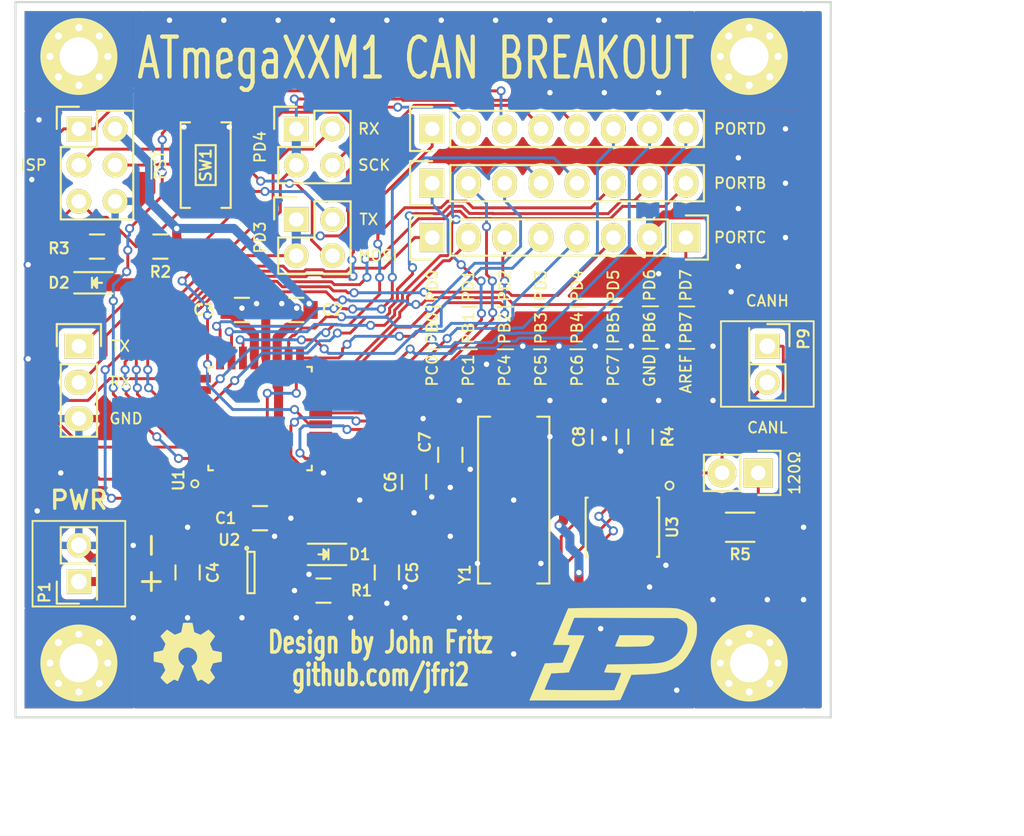
<source format=kicad_pcb>
(kicad_pcb (version 4) (host pcbnew 4.0.3-stable)
  (layers (0 F.Cu mixed) (31 B.Cu mixed) (34 B.Paste user) (35 F.Paste user) (36 B.SilkS user) (37 F.SilkS user) (38 B.Mask user) (39 F.Mask user) (44 Edge.Cuts user))
  (net 0 "")
  (net 1 +5V)
  (net 2 GND)
  (net 3 /VIN)
  (net 4 "Net-(C6-Pad2)")
  (net 5 "Net-(C7-Pad2)")
  (net 6 "Net-(D1-Pad1)")
  (net 7 "Net-(D2-Pad1)")
  (net 8 /PB0)
  (net 9 /PB1)
  (net 10 /PB2)
  (net 11 /PB3)
  (net 12 /PB4)
  (net 13 /PB5)
  (net 14 /PB6)
  (net 15 /PB7)
  (net 16 /PC0)
  (net 17 /PC1)
  (net 18 /PC4)
  (net 19 /PC5)
  (net 20 /PC6)
  (net 21 /PC7)
  (net 22 /PD0)
  (net 23 /PD1)
  (net 24 AVR_MISO)
  (net 25 /PD3)
  (net 26 /PD4)
  (net 27 /PD5)
  (net 28 /PD6)
  (net 29 /PD7)
  (net 30 AVR_TX)
  (net 31 AVR_MOSI)
  (net 32 AVR_RX)
  (net 33 AVR_SCK)
  (net 34 "Net-(P7-Pad1)")
  (net 35 /CAN-)
  (net 36 ~AVR_RST)
  (net 37 /CAN+)
  (net 38 TXCAN)
  (net 39 RXCAN)
  (net 40 "Net-(U2-Pad4)")
  (net 41 /AREF)
  (module Graphics:oshw (layer F.Cu) (at 66.04 82.55)
    (fp_text reference G*** hide)
    (fp_text value LOGO hide)
  )
  (module Graphics:purdue (layer F.Cu) (at 95.885 82.55)
    (fp_text reference G*** hide)
    (fp_text value LOGO hide)
  )
  (module Housings_SOIC:SOIC-8_3.9x4.9mm_Pitch1.27mm (layer F.Cu) (at 96.52 73.66 270)
    (fp_text reference U3 (at 0 -3.5 270) (layer F.SilkS) (effects (font (size 0.762 0.762))))
    (fp_text value ATA6560)
    (pad 1 smd rect (at -2.7 -1.905 270) (size 1.55 0.6) (layers F.Cu F.Paste F.Mask) (net 38 TXCAN))
    (pad 2 smd rect (at -2.7 -0.635 270) (size 1.55 0.6) (layers F.Cu F.Paste F.Mask) (net 2 GND))
    (pad 3 smd rect (at -2.7 0.635 270) (size 1.55 0.6) (layers F.Cu F.Paste F.Mask) (net 1 +5V))
    (pad 4 smd rect (at -2.7 1.905 270) (size 1.55 0.6) (layers F.Cu F.Paste F.Mask) (net 39 RXCAN))
    (pad 5 smd rect (at 2.7 1.905 270) (size 1.55 0.6) (layers F.Cu F.Paste F.Mask) (net 1 +5V))
    (pad 6 smd rect (at 2.7 0.635 270) (size 1.55 0.6) (layers F.Cu F.Paste F.Mask) (net 35 /CAN-))
    (pad 7 smd rect (at 2.7 -0.635 270) (size 1.55 0.6) (layers F.Cu F.Paste F.Mask) (net 37 /CAN+))
    (pad 8 smd rect (at 2.7 -1.905 270) (size 1.55 0.6) (layers F.Cu F.Paste F.Mask) (net 2 GND))
  )
  (module Pin_Headers:Pin_Header_Straight_1x01 (layer F.Cu) (at 100.965 53.34 270)
    (fp_text reference P11 hide)
    (fp_text value AREF)
    (pad 1 thru_hole rect (at 0 0 270) (size 2.032 2.032) (drill 1.016) (layers *.Cu *.Mask F.SilkS) (net 41 /AREF))
  )
  (module Crystals:Crystal_HC49-SD_SMD (layer F.Cu) (at 88.9 71.755 90)
    (fp_text reference Y1 (at -5.207 -3.429 90) (layer F.SilkS) (effects (font (size 0.762 0.762))))
    (fp_text value 16MHz)
    (pad 1 smd rect (at -4.84886 0 90) (size 5.6007 2.10058) (layers F.Cu F.Paste F.Mask) (net 4 "Net-(C6-Pad2)"))
    (pad 2 smd rect (at 4.84886 0 90) (size 5.6007 2.10058) (layers F.Cu F.Paste F.Mask) (net 5 "Net-(C7-Pad2)"))
  )
  (module Housings_QFP:TQFP-32_7x7mm_Pitch0.8mm (layer F.Cu) (at 71.12 66.04 90)
    (fp_text reference U1 (at -4.318 -5.715 270) (layer F.SilkS) (effects (font (size 0.762 0.762))))
    (fp_text value ATMEGA32M1-A)
    (pad 1 smd rect (at -4.25 -2.8 90) (size 1.6 0.55) (layers F.Cu F.Paste F.Mask) (net 24 AVR_MISO))
    (pad 2 smd rect (at -4.25 -2 90) (size 1.6 0.55) (layers F.Cu F.Paste F.Mask) (net 25 /PD3))
    (pad 3 smd rect (at -4.25 -1.2 90) (size 1.6 0.55) (layers F.Cu F.Paste F.Mask) (net 17 /PC1))
    (pad 4 smd rect (at -4.25 -0.4 90) (size 1.6 0.55) (layers F.Cu F.Paste F.Mask) (net 1 +5V))
    (pad 5 smd rect (at -4.25 0.4 90) (size 1.6 0.55) (layers F.Cu F.Paste F.Mask) (net 2 GND))
    (pad 6 smd rect (at -4.25 1.2 90) (size 1.6 0.55) (layers F.Cu F.Paste F.Mask) (net 38 TXCAN))
    (pad 7 smd rect (at -4.25 2 90) (size 1.6 0.55) (layers F.Cu F.Paste F.Mask) (net 39 RXCAN))
    (pad 8 smd rect (at -4.25 2.8 90) (size 1.6 0.55) (layers F.Cu F.Paste F.Mask) (net 8 /PB0))
    (pad 9 smd rect (at -2.8 4.25 180) (size 1.6 0.55) (layers F.Cu F.Paste F.Mask) (net 9 /PB1))
    (pad 10 smd rect (at -2 4.25 180) (size 1.6 0.55) (layers F.Cu F.Paste F.Mask) (net 4 "Net-(C6-Pad2)"))
    (pad 11 smd rect (at -1.2 4.25 180) (size 1.6 0.55) (layers F.Cu F.Paste F.Mask) (net 5 "Net-(C7-Pad2)"))
    (pad 12 smd rect (at -0.4 4.25 180) (size 1.6 0.55) (layers F.Cu F.Paste F.Mask) (net 26 /PD4))
    (pad 13 smd rect (at 0.4 4.25 180) (size 1.6 0.55) (layers F.Cu F.Paste F.Mask) (net 27 /PD5))
    (pad 14 smd rect (at 1.2 4.25 180) (size 1.6 0.55) (layers F.Cu F.Paste F.Mask) (net 28 /PD6))
    (pad 15 smd rect (at 2 4.25 180) (size 1.6 0.55) (layers F.Cu F.Paste F.Mask) (net 29 /PD7))
    (pad 16 smd rect (at 2.8 4.25 180) (size 1.6 0.55) (layers F.Cu F.Paste F.Mask) (net 10 /PB2))
    (pad 17 smd rect (at 4.25 2.8 90) (size 1.6 0.55) (layers F.Cu F.Paste F.Mask) (net 18 /PC4))
    (pad 18 smd rect (at 4.25 2 90) (size 1.6 0.55) (layers F.Cu F.Paste F.Mask) (net 19 /PC5))
    (pad 19 smd rect (at 4.25 1.2 90) (size 1.6 0.55) (layers F.Cu F.Paste F.Mask) (net 1 +5V))
    (pad 20 smd rect (at 4.25 0.4 90) (size 1.6 0.55) (layers F.Cu F.Paste F.Mask) (net 2 GND))
    (pad 21 smd rect (at 4.25 -0.4 90) (size 1.6 0.55) (layers F.Cu F.Paste F.Mask) (net 41 /AREF))
    (pad 22 smd rect (at 4.25 -1.2 90) (size 1.6 0.55) (layers F.Cu F.Paste F.Mask) (net 20 /PC6))
    (pad 23 smd rect (at 4.25 -2 90) (size 1.6 0.55) (layers F.Cu F.Paste F.Mask) (net 11 /PB3))
    (pad 24 smd rect (at 4.25 -2.8 90) (size 1.6 0.55) (layers F.Cu F.Paste F.Mask) (net 12 /PB4))
    (pad 25 smd rect (at 2.8 -4.25 180) (size 1.6 0.55) (layers F.Cu F.Paste F.Mask) (net 21 /PC7))
    (pad 26 smd rect (at 2 -4.25 180) (size 1.6 0.55) (layers F.Cu F.Paste F.Mask) (net 13 /PB5))
    (pad 27 smd rect (at 1.2 -4.25 180) (size 1.6 0.55) (layers F.Cu F.Paste F.Mask) (net 14 /PB6))
    (pad 28 smd rect (at 0.4 -4.25 180) (size 1.6 0.55) (layers F.Cu F.Paste F.Mask) (net 15 /PB7))
    (pad 29 smd rect (at -0.4 -4.25 180) (size 1.6 0.55) (layers F.Cu F.Paste F.Mask) (net 22 /PD0))
    (pad 30 smd rect (at -1.2 -4.25 180) (size 1.6 0.55) (layers F.Cu F.Paste F.Mask) (net 16 /PC0))
    (pad 31 smd rect (at -2 -4.25 180) (size 1.6 0.55) (layers F.Cu F.Paste F.Mask) (net 36 ~AVR_RST))
    (pad 32 smd rect (at -2.8 -4.25 180) (size 1.6 0.55) (layers F.Cu F.Paste F.Mask) (net 23 /PD1))
  )
  (module Capacitors_SMD:C_0805 (layer F.Cu) (at 71.12 73.025)
    (fp_text reference C1 (at -2.413 0) (layer F.SilkS) (effects (font (size 0.762 0.762))))
    (fp_text value 100nF)
    (pad 1 smd rect (at -1 0) (size 1 1.25) (layers F.Cu F.Paste F.Mask) (net 1 +5V))
    (pad 2 smd rect (at 1 0) (size 1 1.25) (layers F.Cu F.Paste F.Mask) (net 2 GND))
  )
  (module Capacitors_SMD:C_0805 (layer F.Cu) (at 73.66 58.42 180)
    (fp_text reference C2 (at -2.54 0 180) (layer F.SilkS) (effects (font (size 0.762 0.762))))
    (fp_text value 100nF)
    (pad 1 smd rect (at -1 0 180) (size 1 1.25) (layers F.Cu F.Paste F.Mask) (net 1 +5V))
    (pad 2 smd rect (at 1 0 180) (size 1 1.25) (layers F.Cu F.Paste F.Mask) (net 2 GND))
  )
  (module Capacitors_SMD:C_0805 (layer F.Cu) (at 69.85 58.42)
    (fp_text reference C3 (at -2.667 0) (layer F.SilkS) (effects (font (size 0.762 0.762))))
    (fp_text value 100nF)
    (pad 1 smd rect (at -1 0) (size 1 1.25) (layers F.Cu F.Paste F.Mask) (net 41 /AREF))
    (pad 2 smd rect (at 1 0) (size 1 1.25) (layers F.Cu F.Paste F.Mask) (net 2 GND))
  )
  (module Capacitors_SMD:C_0805 (layer F.Cu) (at 66.04 76.835 90)
    (fp_text reference C4 (at 0 1.778 90) (layer F.SilkS) (effects (font (size 0.762 0.762))))
    (fp_text value 4.7uF)
    (pad 1 smd rect (at -1 0 90) (size 1 1.25) (layers F.Cu F.Paste F.Mask) (net 3 /VIN))
    (pad 2 smd rect (at 1 0 90) (size 1 1.25) (layers F.Cu F.Paste F.Mask) (net 2 GND))
  )
  (module Capacitors_SMD:C_0805 (layer F.Cu) (at 80.01 76.835 270)
    (fp_text reference C5 (at 0 -1.778 270) (layer F.SilkS) (effects (font (size 0.762 0.762))))
    (fp_text value 4.7uF)
    (pad 1 smd rect (at -1 0 270) (size 1 1.25) (layers F.Cu F.Paste F.Mask) (net 1 +5V))
    (pad 2 smd rect (at 1 0 270) (size 1 1.25) (layers F.Cu F.Paste F.Mask) (net 2 GND))
  )
  (module Capacitors_SMD:C_0805 (layer F.Cu) (at 81.915 70.485 90)
    (fp_text reference C6 (at 0 -1.651 90) (layer F.SilkS) (effects (font (size 0.762 0.762))))
    (fp_text value 18pF)
    (pad 1 smd rect (at -1 0 90) (size 1 1.25) (layers F.Cu F.Paste F.Mask) (net 2 GND))
    (pad 2 smd rect (at 1 0 90) (size 1 1.25) (layers F.Cu F.Paste F.Mask) (net 4 "Net-(C6-Pad2)"))
  )
  (module Capacitors_SMD:C_0805 (layer F.Cu) (at 84.455 68.58 90)
    (fp_text reference C7 (at 0.889 -1.778 90) (layer F.SilkS) (effects (font (size 0.762 0.762))))
    (fp_text value 18pF)
    (pad 1 smd rect (at -1 0 90) (size 1 1.25) (layers F.Cu F.Paste F.Mask) (net 2 GND))
    (pad 2 smd rect (at 1 0 90) (size 1 1.25) (layers F.Cu F.Paste F.Mask) (net 5 "Net-(C7-Pad2)"))
  )
  (module Capacitors_SMD:C_0805 (layer F.Cu) (at 95.25 67.31 270)
    (fp_text reference C8 (at 0 1.778 270) (layer F.SilkS) (effects (font (size 0.762 0.762))))
    (fp_text value 100nF)
    (pad 1 smd rect (at -1 0 270) (size 1 1.25) (layers F.Cu F.Paste F.Mask) (net 1 +5V))
    (pad 2 smd rect (at 1 0 270) (size 1 1.25) (layers F.Cu F.Paste F.Mask) (net 2 GND))
  )
  (module LEDs:LED_0805 (layer F.Cu) (at 75.565 75.565 180)
    (fp_text reference D1 (at -2.54 0 180) (layer F.SilkS) (effects (font (size 0.762 0.762))))
    (fp_text value POWER_LED)
    (pad 2 smd rect (at 1.04902 0) (size 1.19888 1.19888) (layers F.Cu F.Paste F.Mask) (net 1 +5V))
    (pad 1 smd rect (at -1.04902 0) (size 1.19888 1.19888) (layers F.Cu F.Paste F.Mask) (net 6 "Net-(D1-Pad1)"))
  )
  (module LEDs:LED_0805 (layer F.Cu) (at 59.69 56.515)
    (fp_text reference D2 (at -2.667 0) (layer F.SilkS) (effects (font (size 0.762 0.762))))
    (fp_text value STATUS_LED)
    (pad 2 smd rect (at 1.04902 0 180) (size 1.19888 1.19888) (layers F.Cu F.Paste F.Mask) (net 1 +5V))
    (pad 1 smd rect (at -1.04902 0 180) (size 1.19888 1.19888) (layers F.Cu F.Paste F.Mask) (net 7 "Net-(D2-Pad1)"))
  )
  (module FritzLib:2x01_ScrewTerm (layer F.Cu) (at 58.42 77.47 90)
    (fp_text reference P1 (at -0.762 -2.413 90) (layer F.SilkS) (effects (font (size 0.762 0.762))))
    (fp_text value VIN)
    (pad 1 thru_hole rect (at 0 0 90) (size 1.7272 1.7272) (drill 1.1) (layers *.Cu *.Mask F.SilkS) (net 3 /VIN))
    (pad 2 thru_hole oval (at 2.54 0 90) (size 1.7272 1.7272) (drill 1.1) (layers *.Cu *.Mask F.SilkS) (net 2 GND))
  )
  (module Pin_Headers:Pin_Header_Straight_1x08 (layer F.Cu) (at 83.185 49.53 90)
    (fp_text reference P2 hide)
    (fp_text value PORTB)
    (pad 1 thru_hole rect (at 0 0 90) (size 2.032 1.7272) (drill 1.016) (layers *.Cu *.Mask F.SilkS) (net 8 /PB0))
    (pad 2 thru_hole oval (at 0 2.54 90) (size 2.032 1.7272) (drill 1.016) (layers *.Cu *.Mask F.SilkS) (net 9 /PB1))
    (pad 3 thru_hole oval (at 0 5.08 90) (size 2.032 1.7272) (drill 1.016) (layers *.Cu *.Mask F.SilkS) (net 10 /PB2))
    (pad 4 thru_hole oval (at 0 7.62 90) (size 2.032 1.7272) (drill 1.016) (layers *.Cu *.Mask F.SilkS) (net 11 /PB3))
    (pad 5 thru_hole oval (at 0 10.16 90) (size 2.032 1.7272) (drill 1.016) (layers *.Cu *.Mask F.SilkS) (net 12 /PB4))
    (pad 6 thru_hole oval (at 0 12.7 90) (size 2.032 1.7272) (drill 1.016) (layers *.Cu *.Mask F.SilkS) (net 13 /PB5))
    (pad 7 thru_hole oval (at 0 15.24 90) (size 2.032 1.7272) (drill 1.016) (layers *.Cu *.Mask F.SilkS) (net 14 /PB6))
    (pad 8 thru_hole oval (at 0 17.78 90) (size 2.032 1.7272) (drill 1.016) (layers *.Cu *.Mask F.SilkS) (net 15 /PB7))
  )
  (module Pin_Headers:Pin_Header_Straight_1x07 (layer F.Cu) (at 83.185 53.34 90)
    (fp_text reference P3 hide)
    (fp_text value PORTC)
    (pad 1 thru_hole rect (at 0 0 90) (size 2.032 1.7272) (drill 1.016) (layers *.Cu *.Mask F.SilkS) (net 16 /PC0))
    (pad 2 thru_hole oval (at 0 2.54 90) (size 2.032 1.7272) (drill 1.016) (layers *.Cu *.Mask F.SilkS) (net 17 /PC1))
    (pad 3 thru_hole oval (at 0 5.08 90) (size 2.032 1.7272) (drill 1.016) (layers *.Cu *.Mask F.SilkS) (net 18 /PC4))
    (pad 4 thru_hole oval (at 0 7.62 90) (size 2.032 1.7272) (drill 1.016) (layers *.Cu *.Mask F.SilkS) (net 19 /PC5))
    (pad 5 thru_hole oval (at 0 10.16 90) (size 2.032 1.7272) (drill 1.016) (layers *.Cu *.Mask F.SilkS) (net 20 /PC6))
    (pad 6 thru_hole oval (at 0 12.7 90) (size 2.032 1.7272) (drill 1.016) (layers *.Cu *.Mask F.SilkS) (net 21 /PC7))
    (pad 7 thru_hole oval (at 0 15.24 90) (size 2.032 1.7272) (drill 1.016) (layers *.Cu *.Mask F.SilkS) (net 2 GND))
  )
  (module Pin_Headers:Pin_Header_Straight_1x08 (layer F.Cu) (at 83.185 45.72 90)
    (fp_text reference P4 hide)
    (fp_text value PORTD)
    (pad 1 thru_hole rect (at 0 0 90) (size 2.032 1.7272) (drill 1.016) (layers *.Cu *.Mask F.SilkS) (net 22 /PD0))
    (pad 2 thru_hole oval (at 0 2.54 90) (size 2.032 1.7272) (drill 1.016) (layers *.Cu *.Mask F.SilkS) (net 23 /PD1))
    (pad 3 thru_hole oval (at 0 5.08 90) (size 2.032 1.7272) (drill 1.016) (layers *.Cu *.Mask F.SilkS) (net 24 AVR_MISO))
    (pad 4 thru_hole oval (at 0 7.62 90) (size 2.032 1.7272) (drill 1.016) (layers *.Cu *.Mask F.SilkS) (net 25 /PD3))
    (pad 5 thru_hole oval (at 0 10.16 90) (size 2.032 1.7272) (drill 1.016) (layers *.Cu *.Mask F.SilkS) (net 26 /PD4))
    (pad 6 thru_hole oval (at 0 12.7 90) (size 2.032 1.7272) (drill 1.016) (layers *.Cu *.Mask F.SilkS) (net 27 /PD5))
    (pad 7 thru_hole oval (at 0 15.24 90) (size 2.032 1.7272) (drill 1.016) (layers *.Cu *.Mask F.SilkS) (net 28 /PD6))
    (pad 8 thru_hole oval (at 0 17.78 90) (size 2.032 1.7272) (drill 1.016) (layers *.Cu *.Mask F.SilkS) (net 29 /PD7))
  )
  (module Pin_Headers:Pin_Header_Straight_2x02 (layer F.Cu) (at 73.66 52.07)
    (fp_text reference P5 hide)
    (fp_text value PD3)
    (pad 1 thru_hole rect (at 0 0) (size 1.7272 1.7272) (drill 1.016) (layers *.Cu *.Mask F.SilkS) (net 25 /PD3))
    (pad 2 thru_hole oval (at 2.54 0) (size 1.7272 1.7272) (drill 1.016) (layers *.Cu *.Mask F.SilkS) (net 30 AVR_TX))
    (pad 3 thru_hole oval (at 0 2.54) (size 1.7272 1.7272) (drill 1.016) (layers *.Cu *.Mask F.SilkS) (net 25 /PD3))
    (pad 4 thru_hole oval (at 2.54 2.54) (size 1.7272 1.7272) (drill 1.016) (layers *.Cu *.Mask F.SilkS) (net 31 AVR_MOSI))
  )
  (module Pin_Headers:Pin_Header_Straight_2x02 (layer F.Cu) (at 73.66 45.72)
    (fp_text reference P6 hide)
    (fp_text value PD4)
    (pad 1 thru_hole rect (at 0 0) (size 1.7272 1.7272) (drill 1.016) (layers *.Cu *.Mask F.SilkS) (net 26 /PD4))
    (pad 2 thru_hole oval (at 2.54 0) (size 1.7272 1.7272) (drill 1.016) (layers *.Cu *.Mask F.SilkS) (net 32 AVR_RX))
    (pad 3 thru_hole oval (at 0 2.54) (size 1.7272 1.7272) (drill 1.016) (layers *.Cu *.Mask F.SilkS) (net 26 /PD4))
    (pad 4 thru_hole oval (at 2.54 2.54) (size 1.7272 1.7272) (drill 1.016) (layers *.Cu *.Mask F.SilkS) (net 33 AVR_SCK))
  )
  (module Pin_Headers:Pin_Header_Straight_1x02 (layer F.Cu) (at 106.045 69.85 270)
    (fp_text reference P7 hide)
    (fp_text value CAN_R)
    (pad 1 thru_hole rect (at 0 0 270) (size 2.032 2.032) (drill 1.016) (layers *.Cu *.Mask F.SilkS) (net 34 "Net-(P7-Pad1)"))
    (pad 2 thru_hole oval (at 0 2.54 270) (size 2.032 2.032) (drill 1.016) (layers *.Cu *.Mask F.SilkS) (net 35 /CAN-))
  )
  (module Pin_Headers:Pin_Header_Straight_2x03 (layer F.Cu) (at 58.42 45.72)
    (fp_text reference P8 hide)
    (fp_text value ISP)
    (pad 1 thru_hole rect (at 0 0) (size 1.7272 1.7272) (drill 1.016) (layers *.Cu *.Mask F.SilkS) (net 24 AVR_MISO))
    (pad 2 thru_hole oval (at 2.54 0) (size 1.7272 1.7272) (drill 1.016) (layers *.Cu *.Mask F.SilkS) (net 1 +5V))
    (pad 3 thru_hole oval (at 0 2.54) (size 1.7272 1.7272) (drill 1.016) (layers *.Cu *.Mask F.SilkS) (net 33 AVR_SCK))
    (pad 4 thru_hole oval (at 2.54 2.54) (size 1.7272 1.7272) (drill 1.016) (layers *.Cu *.Mask F.SilkS) (net 31 AVR_MOSI))
    (pad 5 thru_hole oval (at 0 5.08) (size 1.7272 1.7272) (drill 1.016) (layers *.Cu *.Mask F.SilkS) (net 36 ~AVR_RST))
    (pad 6 thru_hole oval (at 2.54 5.08) (size 1.7272 1.7272) (drill 1.016) (layers *.Cu *.Mask F.SilkS) (net 2 GND))
  )
  (module FritzLib:2x01_ScrewTerm (layer F.Cu) (at 106.68 60.96 270)
    (fp_text reference P9 (at -0.508 -2.54 270) (layer F.SilkS) (effects (font (size 0.762 0.762))))
    (fp_text value CAN)
    (pad 1 thru_hole rect (at 0 0 270) (size 1.7272 1.7272) (drill 1.1) (layers *.Cu *.Mask F.SilkS) (net 37 /CAN+))
    (pad 2 thru_hole oval (at 2.54 0 270) (size 1.7272 1.7272) (drill 1.1) (layers *.Cu *.Mask F.SilkS) (net 35 /CAN-))
  )
  (module Pin_Headers:Pin_Header_Straight_1x03 (layer F.Cu) (at 58.42 60.96)
    (fp_text reference P10 hide)
    (fp_text value UART)
    (pad 1 thru_hole rect (at 0 0) (size 2.032 1.7272) (drill 1.016) (layers *.Cu *.Mask F.SilkS) (net 30 AVR_TX))
    (pad 2 thru_hole oval (at 0 2.54) (size 2.032 1.7272) (drill 1.016) (layers *.Cu *.Mask F.SilkS) (net 32 AVR_RX))
    (pad 3 thru_hole oval (at 0 5.08) (size 2.032 1.7272) (drill 1.016) (layers *.Cu *.Mask F.SilkS) (net 2 GND))
  )
  (module Buttons_Switches_SMD:SW_SPST_EVQPE1 (layer F.Cu) (at 67.31 48.26 270)
    (fp_text reference SW1 (at 0 0 270) (layer F.SilkS) (effects (font (size 0.762 0.762))))
    (fp_text value ~RESET)
    (pad 2 smd rect (at 2.7 0 270) (size 2 1.6) (layers F.Cu F.Paste F.Mask) (net 36 ~AVR_RST))
    (pad 1 smd rect (at -2.7 0 270) (size 2 1.6) (layers F.Cu F.Paste F.Mask) (net 2 GND))
  )
  (module TO_SOT_Packages_SMD:SOT-23-5 (layer F.Cu) (at 70.485 76.835)
    (fp_text reference U2 (at -1.524 -2.286) (layer F.SilkS) (effects (font (size 0.762 0.762))))
    (fp_text value MIC5235)
    (pad 1 smd rect (at -1.1 -0.95) (size 1.06 0.65) (layers F.Cu F.Paste F.Mask) (net 3 /VIN))
    (pad 2 smd rect (at -1.1 0) (size 1.06 0.65) (layers F.Cu F.Paste F.Mask) (net 2 GND))
    (pad 3 smd rect (at -1.1 0.95) (size 1.06 0.65) (layers F.Cu F.Paste F.Mask) (net 3 /VIN))
    (pad 4 smd rect (at 1.1 0.95) (size 1.06 0.65) (layers F.Cu F.Paste F.Mask) (net 40 "Net-(U2-Pad4)"))
    (pad 5 smd rect (at 1.1 -0.95) (size 1.06 0.65) (layers F.Cu F.Paste F.Mask) (net 1 +5V))
  )
  (module Capacitors_SMD:C_0805 (layer F.Cu) (at 75.565 78.105)
    (fp_text reference R1 (at 2.667 0) (layer F.SilkS) (effects (font (size 0.762 0.762))))
    (fp_text value 470)
    (pad 1 smd rect (at -1 0) (size 1 1.25) (layers F.Cu F.Paste F.Mask) (net 2 GND))
    (pad 2 smd rect (at 1 0) (size 1 1.25) (layers F.Cu F.Paste F.Mask) (net 6 "Net-(D1-Pad1)"))
  )
  (module Capacitors_SMD:C_0805 (layer F.Cu) (at 64.135 53.975 180)
    (fp_text reference R2 (at 0 -1.778 180) (layer F.SilkS) (effects (font (size 0.762 0.762))))
    (fp_text value 10k)
    (pad 1 smd rect (at -1 0 180) (size 1 1.25) (layers F.Cu F.Paste F.Mask) (net 1 +5V))
    (pad 2 smd rect (at 1 0 180) (size 1 1.25) (layers F.Cu F.Paste F.Mask) (net 36 ~AVR_RST))
  )
  (module Capacitors_SMD:C_0805 (layer F.Cu) (at 59.69 53.975 180)
    (fp_text reference R3 (at 2.667 -0.127 180) (layer F.SilkS) (effects (font (size 0.762 0.762))))
    (fp_text value 470)
    (pad 1 smd rect (at -1 0 180) (size 1 1.25) (layers F.Cu F.Paste F.Mask) (net 21 /PC7))
    (pad 2 smd rect (at 1 0 180) (size 1 1.25) (layers F.Cu F.Paste F.Mask) (net 7 "Net-(D2-Pad1)"))
  )
  (module Capacitors_SMD:C_0805 (layer F.Cu) (at 97.79 67.31 270)
    (fp_text reference R4 (at 0 -1.905 270) (layer F.SilkS) (effects (font (size 0.762 0.762))))
    (fp_text value 10k)
    (pad 1 smd rect (at -1 0 270) (size 1 1.25) (layers F.Cu F.Paste F.Mask) (net 1 +5V))
    (pad 2 smd rect (at 1 0 270) (size 1 1.25) (layers F.Cu F.Paste F.Mask) (net 38 TXCAN))
  )
  (module Capacitors_SMD:C_1206 (layer F.Cu) (at 104.775 73.66)
    (fp_text reference R5 (at 0 1.905) (layer F.SilkS) (effects (font (size 0.762 0.762))))
    (fp_text value 120)
    (pad 1 smd rect (at -1.5 0) (size 1 1.6) (layers F.Cu F.Paste F.Mask) (net 34 "Net-(P7-Pad1)"))
    (pad 2 smd rect (at 1.5 0) (size 1 1.6) (layers F.Cu F.Paste F.Mask) (net 37 /CAN+))
  )
  (module Mounting_Holes:MountingHole_2.7mm_M2.5_Pad_Via (layer F.Cu) (at 58.42 40.64)
    (fp_text reference P12 hide)
    (fp_text value "Mounting Hole")
    (pad 1 thru_hole circle (at 0 0) (size 5.4 5.4) (drill 2.7) (layers *.Cu *.Mask F.SilkS) (net 2 GND))
    (pad "" thru_hole circle (at 2.025 0) (size 0.6 0.6) (drill 0.5) (layers *.Cu *.Mask))
    (pad "" thru_hole circle (at 1.431891 1.431891) (size 0.6 0.6) (drill 0.5) (layers *.Cu *.Mask))
    (pad "" thru_hole circle (at 0 2.025) (size 0.6 0.6) (drill 0.5) (layers *.Cu *.Mask))
    (pad "" thru_hole circle (at -1.431891 1.431891) (size 0.6 0.6) (drill 0.5) (layers *.Cu *.Mask))
    (pad "" thru_hole circle (at -2.025 0) (size 0.6 0.6) (drill 0.5) (layers *.Cu *.Mask))
    (pad "" thru_hole circle (at -1.431891 -1.431891) (size 0.6 0.6) (drill 0.5) (layers *.Cu *.Mask))
    (pad "" thru_hole circle (at 0 -2.025) (size 0.6 0.6) (drill 0.5) (layers *.Cu *.Mask))
    (pad "" thru_hole circle (at 1.431891 -1.431891) (size 0.6 0.6) (drill 0.5) (layers *.Cu *.Mask))
  )
  (module Mounting_Holes:MountingHole_2.7mm_M2.5_Pad_Via (layer F.Cu) (at 105.41 40.64)
    (fp_text reference P13 hide)
    (fp_text value "Mounting Hole")
    (pad 1 thru_hole circle (at 0 0) (size 5.4 5.4) (drill 2.7) (layers *.Cu *.Mask F.SilkS) (net 2 GND))
    (pad "" thru_hole circle (at 2.025 0) (size 0.6 0.6) (drill 0.5) (layers *.Cu *.Mask))
    (pad "" thru_hole circle (at 1.431891 1.431891) (size 0.6 0.6) (drill 0.5) (layers *.Cu *.Mask))
    (pad "" thru_hole circle (at 0 2.025) (size 0.6 0.6) (drill 0.5) (layers *.Cu *.Mask))
    (pad "" thru_hole circle (at -1.431891 1.431891) (size 0.6 0.6) (drill 0.5) (layers *.Cu *.Mask))
    (pad "" thru_hole circle (at -2.025 0) (size 0.6 0.6) (drill 0.5) (layers *.Cu *.Mask))
    (pad "" thru_hole circle (at -1.431891 -1.431891) (size 0.6 0.6) (drill 0.5) (layers *.Cu *.Mask))
    (pad "" thru_hole circle (at 0 -2.025) (size 0.6 0.6) (drill 0.5) (layers *.Cu *.Mask))
    (pad "" thru_hole circle (at 1.431891 -1.431891) (size 0.6 0.6) (drill 0.5) (layers *.Cu *.Mask))
  )
  (module Mounting_Holes:MountingHole_2.7mm_M2.5_Pad_Via (layer F.Cu) (at 58.42 83.185)
    (fp_text reference P14 hide)
    (fp_text value "Mounting Hole")
    (pad 1 thru_hole circle (at 0 0) (size 5.4 5.4) (drill 2.7) (layers *.Cu *.Mask F.SilkS) (net 2 GND))
    (pad "" thru_hole circle (at 2.025 0) (size 0.6 0.6) (drill 0.5) (layers *.Cu *.Mask))
    (pad "" thru_hole circle (at 1.431891 1.431891) (size 0.6 0.6) (drill 0.5) (layers *.Cu *.Mask))
    (pad "" thru_hole circle (at 0 2.025) (size 0.6 0.6) (drill 0.5) (layers *.Cu *.Mask))
    (pad "" thru_hole circle (at -1.431891 1.431891) (size 0.6 0.6) (drill 0.5) (layers *.Cu *.Mask))
    (pad "" thru_hole circle (at -2.025 0) (size 0.6 0.6) (drill 0.5) (layers *.Cu *.Mask))
    (pad "" thru_hole circle (at -1.431891 -1.431891) (size 0.6 0.6) (drill 0.5) (layers *.Cu *.Mask))
    (pad "" thru_hole circle (at 0 -2.025) (size 0.6 0.6) (drill 0.5) (layers *.Cu *.Mask))
    (pad "" thru_hole circle (at 1.431891 -1.431891) (size 0.6 0.6) (drill 0.5) (layers *.Cu *.Mask))
  )
  (module Mounting_Holes:MountingHole_2.7mm_M2.5_Pad_Via (layer F.Cu) (at 105.41 83.185)
    (fp_text reference P15 hide)
    (fp_text value "Mounting Hole")
    (pad 1 thru_hole circle (at 0 0) (size 5.4 5.4) (drill 2.7) (layers *.Cu *.Mask F.SilkS) (net 2 GND))
    (pad "" thru_hole circle (at 2.025 0) (size 0.6 0.6) (drill 0.5) (layers *.Cu *.Mask))
    (pad "" thru_hole circle (at 1.431891 1.431891) (size 0.6 0.6) (drill 0.5) (layers *.Cu *.Mask))
    (pad "" thru_hole circle (at 0 2.025) (size 0.6 0.6) (drill 0.5) (layers *.Cu *.Mask))
    (pad "" thru_hole circle (at -1.431891 1.431891) (size 0.6 0.6) (drill 0.5) (layers *.Cu *.Mask))
    (pad "" thru_hole circle (at -2.025 0) (size 0.6 0.6) (drill 0.5) (layers *.Cu *.Mask))
    (pad "" thru_hole circle (at -1.431891 -1.431891) (size 0.6 0.6) (drill 0.5) (layers *.Cu *.Mask))
    (pad "" thru_hole circle (at 0 -2.025) (size 0.6 0.6) (drill 0.5) (layers *.Cu *.Mask))
    (pad "" thru_hole circle (at 1.431891 -1.431891) (size 0.6 0.6) (drill 0.5) (layers *.Cu *.Mask))
  )
  (gr_text PWR (at 58.42 71.755) (layer F.SilkS) (effects (font (size 1.27 1.27) (thickness 0.2286))))
  (gr_line (start 111.125 36.83) (end 53.975 36.83) (layer Edge.Cuts) (width 0.15))
  (gr_line (start 111.125 86.995) (end 111.125 36.83) (layer Edge.Cuts) (width 0.15))
  (gr_line (start 53.975 86.995) (end 111.125 86.995) (layer Edge.Cuts) (width 0.15))
  (gr_line (start 53.975 36.83) (end 53.975 86.995) (layer Edge.Cuts) (width 0.15))
  (gr_text github.com/jfri2 (at 79.5655 84.0105) (layer F.SilkS) (effects (font (size 1.5 1) (thickness 0.25))))
  (gr_text "Design by John Fritz" (at 79.5655 81.7245) (layer F.SilkS) (effects (font (size 1.5 1) (thickness 0.25))))
  (gr_text "ATmegaXXM1 CAN BREAKOUT" (at 82.042 40.767) (layer F.SilkS) (effects (font (size 2.8 1.8) (thickness 0.3))))
  (gr_text 120Ω (at 108.585 69.85 90) (layer F.SilkS) (effects (font (size 0.762 0.762) (thickness 0.127))))
  (gr_text PD3 (at 71.12 53.34 90) (layer F.SilkS) (effects (font (size 0.762 0.762) (thickness 0.127))))
  (gr_text PD4 (at 71.12 46.99 90) (layer F.SilkS) (effects (font (size 0.762 0.762) (thickness 0.127))))
  (gr_text ISP (at 55.245 48.26) (layer F.SilkS) (effects (font (size 0.762 0.762) (thickness 0.127))))
  (gr_text ~RST (at 64.135 48.26 90) (layer F.SilkS) (effects (font (size 0.762 0.762) (thickness 0.127))))
  (gr_text CANL (at 106.68 66.675) (layer F.SilkS) (effects (font (size 0.762 0.762) (thickness 0.127))))
  (gr_text CANH (at 106.68 57.785) (layer F.SilkS) (effects (font (size 0.762 0.762) (thickness 0.127))))
  (gr_text GND (at 61.722 66.04) (layer F.SilkS) (effects (font (size 0.762 0.762) (thickness 0.127))))
  (gr_text RX (at 61.341 63.5) (layer F.SilkS) (effects (font (size 0.762 0.762) (thickness 0.127))))
  (gr_text TX (at 61.341 60.96) (layer F.SilkS) (effects (font (size 0.762 0.762) (thickness 0.127))))
  (gr_line (start 64.135 77.47) (end 62.865 77.47) (layer F.SilkS) (width 0.2))
  (gr_line (start 63.5 76.835) (end 63.5 78.105) (layer F.SilkS) (width 0.2))
  (gr_line (start 63.5 74.295) (end 63.5 75.565) (layer F.SilkS) (width 0.2))
  (gr_text PORTC (at 104.775 53.34) (layer F.SilkS) (effects (font (size 0.762 0.762) (thickness 0.127))))
  (gr_text PORTB (at 104.775 49.53) (layer F.SilkS) (effects (font (size 0.762 0.762) (thickness 0.127))))
  (gr_text PORTD (at 104.775 45.72) (layer F.SilkS) (effects (font (size 0.762 0.762) (thickness 0.127))))
  (gr_text RX (at 78.74 45.72) (layer F.SilkS) (effects (font (size 0.762 0.762) (thickness 0.127))))
  (gr_text SCK (at 79.121 48.26) (layer F.SilkS) (effects (font (size 0.762 0.762) (thickness 0.127))))
  (gr_text TX (at 78.74 52.07) (layer F.SilkS) (effects (font (size 0.762 0.762) (thickness 0.127))))
  (gr_text MOSI (at 79.375 54.61) (layer F.SilkS) (effects (font (size 0.762 0.762) (thickness 0.127))))
  (gr_text AREF|PB7|PD7 (at 100.965 59.9186 90) (layer F.SilkS) (effects (font (size 0.762 0.762) (thickness 0.127))))
  (gr_text GND|PB6|PD6 (at 98.425 59.69 90) (layer F.SilkS) (effects (font (size 0.762 0.762) (thickness 0.127))))
  (gr_text PC7|PB5|PD5 (at 95.885 59.69 90) (layer F.SilkS) (effects (font (size 0.762 0.762) (thickness 0.127))))
  (gr_text PC6|PB4|PD4 (at 93.345 59.69 90) (layer F.SilkS) (effects (font (size 0.762 0.762) (thickness 0.127))))
  (gr_text PC5|PB3|PD3 (at 90.805 59.69 90) (layer F.SilkS) (effects (font (size 0.762 0.762) (thickness 0.127))))
  (gr_text PC4|PB2|PD2 (at 88.265 59.69 90) (layer F.SilkS) (effects (font (size 0.762 0.762) (thickness 0.127))))
  (gr_text PC1|PB1|PD1 (at 85.725 59.69 90) (layer F.SilkS) (effects (font (size 0.762 0.762) (thickness 0.127))))
  (gr_text PC0|PB0|PD0 (at 83.185 59.69 90) (layer F.SilkS) (effects (font (size 0.762 0.762) (thickness 0.127))))
  (segment (start 90.813116 80.937122) (end 93.472 78.278238) (width 0.635) (layer F.Cu) (net 1))
  (segment (start 87.182478 80.937122) (end 90.813116 80.937122) (width 0.635) (layer F.Cu) (net 1))
  (segment (start 93.472 77.284012) (end 93.472 76.835) (width 0.635) (layer F.Cu) (net 1))
  (segment (start 82.080356 75.835) (end 87.182478 80.937122) (width 0.635) (layer F.Cu) (net 1))
  (segment (start 80.01 75.835) (end 82.080356 75.835) (width 0.635) (layer F.Cu) (net 1))
  (segment (start 93.472 78.278238) (end 93.472 77.284012) (width 0.635) (layer F.Cu) (net 1))
  (segment (start 74.66 58.545) (end 74.66 58.42) (width 0.635) (layer F.Cu) (net 1))
  (segment (start 73.804272 59.11849) (end 74.08651 59.11849) (width 0.635) (layer F.Cu) (net 1))
  (segment (start 74.08651 59.11849) (end 74.66 58.545) (width 0.635) (layer F.Cu) (net 1))
  (segment (start 73.04851 59.62649) (end 73.296272 59.62649) (width 0.635) (layer F.Cu) (net 1))
  (segment (start 72.32 60.355) (end 73.04851 59.62649) (width 0.635) (layer F.Cu) (net 1))
  (segment (start 73.296272 59.62649) (end 73.804272 59.11849) (width 0.635) (layer F.Cu) (net 1))
  (segment (start 72.32 61.79) (end 72.32 60.355) (width 0.635) (layer F.Cu) (net 1))
  (segment (start 74.244305 57.658011) (end 74.561804 57.97551) (width 0.635) (layer B.Cu) (net 1))
  (segment (start 74.561804 58.321804) (end 74.561804 57.97551) (width 0.635) (layer F.Cu) (net 1))
  (via (at 74.561804 57.97551) (size 0.635) (drill 0.381) (layers F.Cu B.Cu) (net 1))
  (segment (start 65.278 52.705) (end 69.291294 52.705) (width 0.635) (layer B.Cu) (net 1))
  (segment (start 74.66 58.42) (end 74.561804 58.321804) (width 0.635) (layer F.Cu) (net 1))
  (segment (start 69.291294 52.705) (end 74.244305 57.658011) (width 0.635) (layer B.Cu) (net 1))
  (segment (start 62.595 56.515) (end 65.135 53.975) (width 0.635) (layer F.Cu) (net 1))
  (segment (start 62.14906 56.519589) (end 62.153649 56.515) (width 0.635) (layer F.Cu) (net 1))
  (segment (start 60.743609 56.519589) (end 62.14906 56.519589) (width 0.635) (layer F.Cu) (net 1))
  (segment (start 60.73902 56.515) (end 60.743609 56.519589) (width 0.635) (layer F.Cu) (net 1))
  (segment (start 62.153649 56.515) (end 62.595 56.515) (width 0.635) (layer F.Cu) (net 1))
  (segment (start 70.72 69.169178) (end 70.72 70.29) (width 0.635) (layer F.Cu) (net 1))
  (segment (start 72.415401 67.473777) (end 70.72 69.169178) (width 0.635) (layer F.Cu) (net 1))
  (segment (start 72.415401 63.884047) (end 72.415401 67.473777) (width 0.635) (layer F.Cu) (net 1))
  (segment (start 72.32 63.788646) (end 72.415401 63.884047) (width 0.635) (layer F.Cu) (net 1))
  (segment (start 72.32 61.79) (end 72.32 63.788646) (width 0.635) (layer F.Cu) (net 1))
  (segment (start 92.392499 69.042501) (end 95.125 66.31) (width 0.635) (layer F.Cu) (net 1))
  (segment (start 93.99 69.098) (end 93.99 67.445) (width 0.635) (layer F.Cu) (net 1))
  (segment (start 92.075 73.533) (end 92.392499 73.215501) (width 0.635) (layer F.Cu) (net 1))
  (segment (start 95.125 66.31) (end 95.25 66.31) (width 0.635) (layer F.Cu) (net 1))
  (segment (start 92.392499 73.215501) (end 92.392499 69.042501) (width 0.635) (layer F.Cu) (net 1))
  (segment (start 92.329 73.787) (end 92.075 73.533) (width 0.635) (layer B.Cu) (net 1))
  (via (at 92.075 73.533) (size 0.635) (drill 0.381) (layers F.Cu B.Cu) (net 1))
  (segment (start 92.837 74.295) (end 92.329 73.787) (width 0.635) (layer B.Cu) (net 1))
  (segment (start 92.837 74.422) (end 92.837 74.295) (width 0.635) (layer B.Cu) (net 1))
  (segment (start 92.837 75.057) (end 92.837 74.422) (width 0.635) (layer B.Cu) (net 1))
  (segment (start 93.472 75.692) (end 92.837 75.057) (width 0.635) (layer B.Cu) (net 1))
  (segment (start 93.472 76.835) (end 93.472 75.692) (width 0.635) (layer B.Cu) (net 1))
  (via (at 93.472 76.835) (size 0.635) (drill 0.381) (layers F.Cu B.Cu) (net 1))
  (segment (start 94.869 72.898) (end 95.885 71.882) (width 0.2032) (layer F.Cu) (net 1))
  (segment (start 95.885 71.882) (end 95.885 70.96) (width 0.2032) (layer F.Cu) (net 1))
  (segment (start 94.996 73.025) (end 94.869 72.898) (width 0.2032) (layer B.Cu) (net 1))
  (via (at 94.869 72.898) (size 0.635) (drill 0.381) (layers F.Cu B.Cu) (net 1))
  (segment (start 95.885 73.914) (end 94.996 73.025) (width 0.2032) (layer B.Cu) (net 1))
  (segment (start 94.615 76.36) (end 94.615 75.184) (width 0.2032) (layer F.Cu) (net 1))
  (segment (start 94.615 75.184) (end 95.885 73.914) (width 0.2032) (layer F.Cu) (net 1))
  (via (at 95.885 73.914) (size 0.635) (drill 0.381) (layers F.Cu B.Cu) (net 1))
  (segment (start 94.171901 69.279901) (end 93.99 69.098) (width 0.635) (layer F.Cu) (net 1))
  (segment (start 93.99 67.445) (end 95.125 66.31) (width 0.635) (layer F.Cu) (net 1))
  (segment (start 95.885 70.96) (end 95.885 70.485) (width 0.635) (layer F.Cu) (net 1))
  (segment (start 95.885 70.485) (end 94.679901 69.279901) (width 0.635) (layer F.Cu) (net 1))
  (segment (start 94.679901 69.279901) (end 94.171901 69.279901) (width 0.635) (layer F.Cu) (net 1))
  (segment (start 97.79 66.31) (end 95.25 66.31) (width 0.635) (layer F.Cu) (net 1))
  (segment (start 65.278 52.705) (end 65.278 53.832) (width 0.635) (layer F.Cu) (net 1))
  (segment (start 65.278 53.832) (end 65.135 53.975) (width 0.635) (layer F.Cu) (net 1))
  (segment (start 63.373 48.133) (end 63.373 50.8) (width 0.635) (layer B.Cu) (net 1))
  (segment (start 63.373 50.8) (end 65.278 52.705) (width 0.635) (layer B.Cu) (net 1))
  (via (at 65.278 52.705) (size 0.635) (drill 0.381) (layers F.Cu B.Cu) (net 1))
  (segment (start 60.96 45.72) (end 63.373 48.133) (width 0.635) (layer B.Cu) (net 1))
  (segment (start 80.01 75.835) (end 79.885 75.835) (width 0.635) (layer F.Cu) (net 1))
  (segment (start 79.885 75.835) (end 78.345 74.295) (width 0.635) (layer F.Cu) (net 1))
  (segment (start 78.345 74.295) (end 75.311 74.295) (width 0.635) (layer F.Cu) (net 1))
  (segment (start 75.311 74.295) (end 74.51598 75.09002) (width 0.635) (layer F.Cu) (net 1))
  (segment (start 74.51598 75.09002) (end 74.51598 75.565) (width 0.635) (layer F.Cu) (net 1))
  (segment (start 70.72 70.29) (end 70.72 72.425) (width 0.635) (layer F.Cu) (net 1))
  (segment (start 70.72 72.425) (end 70.12 73.025) (width 0.635) (layer F.Cu) (net 1))
  (segment (start 70.12 73.025) (end 70.12 74.42) (width 0.635) (layer F.Cu) (net 1))
  (segment (start 70.12 74.42) (end 71.585 75.885) (width 0.635) (layer F.Cu) (net 1))
  (segment (start 71.585 75.885) (end 74.19598 75.885) (width 0.635) (layer F.Cu) (net 1))
  (segment (start 74.19598 75.885) (end 74.51598 75.565) (width 0.635) (layer F.Cu) (net 1))
  (segment (start 54.864 61.849) (end 54.864 71.882) (width 0.2032) (layer F.Cu) (net 2))
  (segment (start 54.864 71.882) (end 55.499 72.517) (width 0.2032) (layer F.Cu) (net 2))
  (via (at 55.499 72.517) (size 0.635) (drill 0.381) (layers F.Cu B.Cu) (net 2))
  (segment (start 54.864 55.245) (end 54.864 61.849) (width 0.2032) (layer B.Cu) (net 2))
  (via (at 54.864 61.849) (size 0.635) (drill 0.381) (layers F.Cu B.Cu) (net 2))
  (segment (start 55.118 49.276) (end 55.118 54.991) (width 0.2032) (layer F.Cu) (net 2))
  (segment (start 55.118 54.991) (end 54.864 55.245) (width 0.2032) (layer F.Cu) (net 2))
  (via (at 54.864 55.245) (size 0.635) (drill 0.381) (layers F.Cu B.Cu) (net 2))
  (segment (start 55.626 45.085) (end 55.118 45.593) (width 0.2032) (layer B.Cu) (net 2))
  (segment (start 55.118 45.593) (end 55.118 49.276) (width 0.2032) (layer B.Cu) (net 2))
  (via (at 55.118 49.276) (size 0.635) (drill 0.381) (layers F.Cu B.Cu) (net 2))
  (segment (start 58.42 40.64) (end 57.865999 41.194001) (width 0.2032) (layer F.Cu) (net 2))
  (segment (start 57.865999 41.194001) (end 57.865999 42.845001) (width 0.2032) (layer F.Cu) (net 2))
  (segment (start 57.865999 42.845001) (end 55.626 45.085) (width 0.2032) (layer F.Cu) (net 2))
  (via (at 55.626 45.085) (size 0.635) (drill 0.381) (layers F.Cu B.Cu) (net 2))
  (segment (start 98.425 77.851) (end 97.917 77.851) (width 0.2032) (layer F.Cu) (net 2))
  (segment (start 97.917 77.851) (end 94.996 80.772) (width 0.2032) (layer F.Cu) (net 2))
  (via (at 94.996 80.772) (size 0.635) (drill 0.381) (layers F.Cu B.Cu) (net 2))
  (segment (start 104.648 51.308) (end 104.648 55.372) (width 0.2032) (layer F.Cu) (net 2))
  (via (at 104.648 55.372) (size 0.635) (drill 0.381) (layers F.Cu B.Cu) (net 2))
  (segment (start 104.648 47.752) (end 104.648 51.308) (width 0.2032) (layer B.Cu) (net 2))
  (via (at 104.648 51.308) (size 0.635) (drill 0.381) (layers F.Cu B.Cu) (net 2))
  (segment (start 107.95 45.72) (end 106.68 45.72) (width 0.2032) (layer F.Cu) (net 2))
  (segment (start 106.68 45.72) (end 104.648 47.752) (width 0.2032) (layer F.Cu) (net 2))
  (via (at 104.648 47.752) (size 0.635) (drill 0.381) (layers F.Cu B.Cu) (net 2))
  (segment (start 90.805 76.2) (end 90.805 67.945) (width 0.2032) (layer B.Cu) (net 2))
  (segment (start 90.805 67.945) (end 91.44 67.31) (width 0.2032) (layer B.Cu) (net 2))
  (via (at 91.44 67.31) (size 0.635) (drill 0.381) (layers F.Cu B.Cu) (net 2))
  (segment (start 89.535 71.755) (end 90.805 73.025) (width 0.2032) (layer F.Cu) (net 2))
  (segment (start 90.805 73.025) (end 90.805 76.2) (width 0.2032) (layer F.Cu) (net 2))
  (via (at 90.805 76.2) (size 0.635) (drill 0.381) (layers F.Cu B.Cu) (net 2))
  (segment (start 88.9 71.755) (end 89.535 71.755) (width 0.2032) (layer F.Cu) (net 2))
  (segment (start 84.455 74.295) (end 86.36 76.2) (width 0.2032) (layer B.Cu) (net 2))
  (via (at 86.36 76.2) (size 0.635) (drill 0.381) (layers F.Cu B.Cu) (net 2))
  (segment (start 81.915 72.644) (end 82.804 72.644) (width 0.2032) (layer F.Cu) (net 2))
  (segment (start 82.804 72.644) (end 84.455 74.295) (width 0.2032) (layer F.Cu) (net 2))
  (via (at 84.455 74.295) (size 0.635) (drill 0.381) (layers F.Cu B.Cu) (net 2))
  (segment (start 78.105 71.755) (end 76.2 69.85) (width 0.2032) (layer B.Cu) (net 2))
  (segment (start 76.2 69.85) (end 75.565 69.85) (width 0.2032) (layer B.Cu) (net 2))
  (via (at 75.565 69.85) (size 0.635) (drill 0.381) (layers F.Cu B.Cu) (net 2))
  (segment (start 81.915 71.485) (end 78.375 71.485) (width 0.2032) (layer F.Cu) (net 2))
  (segment (start 78.375 71.485) (end 78.105 71.755) (width 0.2032) (layer F.Cu) (net 2))
  (via (at 78.105 71.755) (size 0.635) (drill 0.381) (layers F.Cu B.Cu) (net 2))
  (segment (start 85.852 69.596) (end 86.741 69.596) (width 0.2032) (layer F.Cu) (net 2))
  (segment (start 86.741 69.596) (end 88.9 71.755) (width 0.2032) (layer F.Cu) (net 2))
  (via (at 88.9 71.755) (size 0.635) (drill 0.381) (layers F.Cu B.Cu) (net 2))
  (via (at 86.995 62.23) (size 0.635) (drill 0.381) (layers F.Cu B.Cu) (net 2))
  (segment (start 89.535 60.96) (end 88.265 60.96) (width 0.2032) (layer B.Cu) (net 2))
  (segment (start 88.265 60.96) (end 86.995 62.23) (width 0.2032) (layer B.Cu) (net 2))
  (via (at 89.535 60.96) (size 0.635) (drill 0.381) (layers F.Cu B.Cu) (net 2))
  (segment (start 92.075 60.96) (end 89.535 60.96) (width 0.2032) (layer F.Cu) (net 2))
  (segment (start 94.615 60.96) (end 92.075 60.96) (width 0.2032) (layer B.Cu) (net 2))
  (via (at 92.075 60.96) (size 0.635) (drill 0.381) (layers F.Cu B.Cu) (net 2))
  (segment (start 97.155 60.96) (end 94.615 60.96) (width 0.2032) (layer F.Cu) (net 2))
  (via (at 94.615 60.96) (size 0.635) (drill 0.381) (layers F.Cu B.Cu) (net 2))
  (segment (start 99.695 60.96) (end 97.155 60.96) (width 0.2032) (layer B.Cu) (net 2))
  (via (at 97.155 60.96) (size 0.635) (drill 0.381) (layers F.Cu B.Cu) (net 2))
  (segment (start 102.87 60.96) (end 99.695 60.96) (width 0.2032) (layer F.Cu) (net 2))
  (via (at 99.695 60.96) (size 0.635) (drill 0.381) (layers F.Cu B.Cu) (net 2))
  (segment (start 104.855999 82.630999) (end 102.789001 82.630999) (width 0.2032) (layer B.Cu) (net 2))
  (segment (start 102.789001 82.630999) (end 100.33 85.09) (width 0.2032) (layer B.Cu) (net 2))
  (via (at 100.33 85.09) (size 0.635) (drill 0.381) (layers F.Cu B.Cu) (net 2))
  (segment (start 109.22 78.74) (end 109.22 73.66) (width 0.2032) (layer F.Cu) (net 2))
  (via (at 109.22 73.66) (size 0.635) (drill 0.381) (layers F.Cu B.Cu) (net 2))
  (segment (start 106.68 78.74) (end 109.22 78.74) (width 0.2032) (layer B.Cu) (net 2))
  (via (at 109.22 78.74) (size 0.635) (drill 0.381) (layers F.Cu B.Cu) (net 2))
  (segment (start 102.87 78.74) (end 106.68 78.74) (width 0.2032) (layer F.Cu) (net 2))
  (via (at 106.68 78.74) (size 0.635) (drill 0.381) (layers F.Cu B.Cu) (net 2))
  (segment (start 105.41 83.185) (end 104.855999 82.630999) (width 0.2032) (layer B.Cu) (net 2))
  (segment (start 104.855999 82.630999) (end 104.855999 80.725999) (width 0.2032) (layer B.Cu) (net 2))
  (segment (start 104.855999 80.725999) (end 102.87 78.74) (width 0.2032) (layer B.Cu) (net 2))
  (via (at 102.87 78.74) (size 0.635) (drill 0.381) (layers F.Cu B.Cu) (net 2))
  (via (at 88.9 82.55) (size 0.635) (drill 0.381) (layers F.Cu B.Cu) (net 2))
  (segment (start 87.63 82.55) (end 88.9 82.55) (width 0.2032) (layer B.Cu) (net 2))
  (segment (start 85.09 80.01) (end 87.63 82.55) (width 0.2032) (layer B.Cu) (net 2))
  (via (at 85.09 80.01) (size 0.635) (drill 0.381) (layers F.Cu B.Cu) (net 2))
  (segment (start 81.28 80.01) (end 85.09 80.01) (width 0.2032) (layer F.Cu) (net 2))
  (segment (start 77.47 80.01) (end 81.28 80.01) (width 0.2032) (layer B.Cu) (net 2))
  (via (at 81.28 80.01) (size 0.635) (drill 0.381) (layers F.Cu B.Cu) (net 2))
  (segment (start 73.66 80.01) (end 77.47 80.01) (width 0.2032) (layer F.Cu) (net 2))
  (via (at 77.47 80.01) (size 0.635) (drill 0.381) (layers F.Cu B.Cu) (net 2))
  (segment (start 69.85 80.01) (end 73.66 80.01) (width 0.2032) (layer B.Cu) (net 2))
  (via (at 73.66 80.01) (size 0.635) (drill 0.381) (layers F.Cu B.Cu) (net 2))
  (segment (start 66.04 80.01) (end 69.85 80.01) (width 0.2032) (layer F.Cu) (net 2))
  (via (at 69.85 80.01) (size 0.635) (drill 0.381) (layers F.Cu B.Cu) (net 2))
  (segment (start 62.23 80.01) (end 66.04 80.01) (width 0.2032) (layer B.Cu) (net 2))
  (via (at 66.04 80.01) (size 0.635) (drill 0.381) (layers F.Cu B.Cu) (net 2))
  (via (at 62.23 80.01) (size 0.635) (drill 0.381) (layers F.Cu B.Cu) (net 2))
  (segment (start 57.15 80.01) (end 62.23 80.01) (width 0.2032) (layer B.Cu) (net 2))
  (segment (start 55.88 78.74) (end 57.15 80.01) (width 0.2032) (layer B.Cu) (net 2))
  (segment (start 55.88 74.93) (end 55.88 78.74) (width 0.2032) (layer B.Cu) (net 2))
  (segment (start 58.42 74.93) (end 55.88 74.93) (width 0.2032) (layer B.Cu) (net 2))
  (segment (start 58.42 73.66) (end 57.15 72.39) (width 0.2032) (layer F.Cu) (net 2))
  (segment (start 57.15 72.39) (end 57.15 69.85) (width 0.2032) (layer F.Cu) (net 2))
  (via (at 57.15 69.85) (size 0.635) (drill 0.381) (layers F.Cu B.Cu) (net 2))
  (segment (start 58.42 74.93) (end 58.42 73.66) (width 0.2032) (layer F.Cu) (net 2))
  (segment (start 62.23 74.93) (end 64.77 74.93) (width 0.2032) (layer B.Cu) (net 2))
  (via (at 66.04 73.66) (size 0.635) (drill 0.381) (layers F.Cu B.Cu) (net 2))
  (segment (start 64.77 74.93) (end 66.04 73.66) (width 0.2032) (layer B.Cu) (net 2))
  (segment (start 58.42 74.93) (end 62.23 74.93) (width 0.2032) (layer F.Cu) (net 2))
  (via (at 62.23 74.93) (size 0.635) (drill 0.381) (layers F.Cu B.Cu) (net 2))
  (segment (start 85.09 64.77) (end 83.82 66.04) (width 0.2032) (layer B.Cu) (net 2))
  (segment (start 83.82 66.04) (end 82.55 66.04) (width 0.2032) (layer B.Cu) (net 2))
  (via (at 82.55 66.04) (size 0.635) (drill 0.381) (layers F.Cu B.Cu) (net 2))
  (segment (start 87.63 62.23) (end 85.09 64.77) (width 0.2032) (layer F.Cu) (net 2))
  (via (at 85.09 64.77) (size 0.635) (drill 0.381) (layers F.Cu B.Cu) (net 2))
  (segment (start 91.44 62.23) (end 87.63 62.23) (width 0.2032) (layer F.Cu) (net 2))
  (segment (start 91.44 64.77) (end 91.44 62.23) (width 0.2032) (layer F.Cu) (net 2))
  (segment (start 95.25 64.77) (end 91.44 64.77) (width 0.2032) (layer B.Cu) (net 2))
  (via (at 91.44 64.77) (size 0.635) (drill 0.381) (layers F.Cu B.Cu) (net 2))
  (segment (start 99.06 64.77) (end 95.25 64.77) (width 0.2032) (layer F.Cu) (net 2))
  (via (at 95.25 64.77) (size 0.635) (drill 0.381) (layers F.Cu B.Cu) (net 2))
  (segment (start 102.87 64.77) (end 99.06 64.77) (width 0.2032) (layer B.Cu) (net 2))
  (via (at 99.06 64.77) (size 0.635) (drill 0.381) (layers F.Cu B.Cu) (net 2))
  (segment (start 102.87 60.96) (end 102.87 64.77) (width 0.2032) (layer F.Cu) (net 2))
  (via (at 102.87 64.77) (size 0.635) (drill 0.381) (layers F.Cu B.Cu) (net 2))
  (segment (start 104.14 57.15) (end 102.87 58.42) (width 0.2032) (layer B.Cu) (net 2))
  (via (at 102.87 60.96) (size 0.635) (drill 0.381) (layers F.Cu B.Cu) (net 2))
  (segment (start 102.87 58.42) (end 102.87 60.96) (width 0.2032) (layer B.Cu) (net 2))
  (segment (start 107.95 53.34) (end 104.14 57.15) (width 0.2032) (layer F.Cu) (net 2))
  (via (at 104.14 57.15) (size 0.635) (drill 0.381) (layers F.Cu B.Cu) (net 2))
  (segment (start 107.95 49.53) (end 107.95 53.34) (width 0.2032) (layer B.Cu) (net 2))
  (via (at 107.95 53.34) (size 0.635) (drill 0.381) (layers F.Cu B.Cu) (net 2))
  (segment (start 107.95 45.72) (end 107.95 49.53) (width 0.2032) (layer F.Cu) (net 2))
  (via (at 107.95 49.53) (size 0.635) (drill 0.381) (layers F.Cu B.Cu) (net 2))
  (segment (start 105.41 40.64) (end 105.964001 41.194001) (width 0.2032) (layer B.Cu) (net 2))
  (segment (start 105.964001 41.194001) (end 105.964001 43.734001) (width 0.2032) (layer B.Cu) (net 2))
  (segment (start 105.964001 43.734001) (end 107.95 45.72) (width 0.2032) (layer B.Cu) (net 2))
  (via (at 107.95 45.72) (size 0.635) (drill 0.381) (layers F.Cu B.Cu) (net 2))
  (segment (start 64.77 38.1) (end 63.10789 39.76211) (width 0.2032) (layer B.Cu) (net 2))
  (segment (start 63.10789 39.76211) (end 59.29789 39.76211) (width 0.2032) (layer B.Cu) (net 2))
  (segment (start 59.29789 39.76211) (end 58.42 40.64) (width 0.2032) (layer B.Cu) (net 2))
  (segment (start 68.58 38.1) (end 64.77 38.1) (width 0.2032) (layer F.Cu) (net 2))
  (via (at 64.77 38.1) (size 0.635) (drill 0.381) (layers F.Cu B.Cu) (net 2))
  (segment (start 72.39 38.1) (end 68.58 38.1) (width 0.2032) (layer B.Cu) (net 2))
  (via (at 68.58 38.1) (size 0.635) (drill 0.381) (layers F.Cu B.Cu) (net 2))
  (segment (start 76.2 38.1) (end 72.39 38.1) (width 0.2032) (layer F.Cu) (net 2))
  (via (at 72.39 38.1) (size 0.635) (drill 0.381) (layers F.Cu B.Cu) (net 2))
  (segment (start 80.01 38.1) (end 76.2 38.1) (width 0.2032) (layer B.Cu) (net 2))
  (via (at 76.2 38.1) (size 0.635) (drill 0.381) (layers F.Cu B.Cu) (net 2))
  (segment (start 83.82 38.1) (end 80.01 38.1) (width 0.2032) (layer F.Cu) (net 2))
  (via (at 80.01 38.1) (size 0.635) (drill 0.381) (layers F.Cu B.Cu) (net 2))
  (segment (start 87.63 38.1) (end 83.82 38.1) (width 0.2032) (layer B.Cu) (net 2))
  (via (at 83.82 38.1) (size 0.635) (drill 0.381) (layers F.Cu B.Cu) (net 2))
  (segment (start 91.44 38.1) (end 87.63 38.1) (width 0.2032) (layer F.Cu) (net 2))
  (via (at 87.63 38.1) (size 0.635) (drill 0.381) (layers F.Cu B.Cu) (net 2))
  (segment (start 95.25 38.1) (end 91.44 38.1) (width 0.2032) (layer B.Cu) (net 2))
  (via (at 91.44 38.1) (size 0.635) (drill 0.381) (layers F.Cu B.Cu) (net 2))
  (segment (start 99.06 38.1) (end 95.25 38.1) (width 0.2032) (layer F.Cu) (net 2))
  (via (at 95.25 38.1) (size 0.635) (drill 0.381) (layers F.Cu B.Cu) (net 2))
  (segment (start 105.41 40.64) (end 104.855999 40.085999) (width 0.2032) (layer B.Cu) (net 2))
  (segment (start 104.855999 40.085999) (end 101.045999 40.085999) (width 0.2032) (layer B.Cu) (net 2))
  (segment (start 101.045999 40.085999) (end 99.06 38.1) (width 0.2032) (layer B.Cu) (net 2))
  (via (at 99.06 38.1) (size 0.635) (drill 0.381) (layers F.Cu B.Cu) (net 2))
  (segment (start 95.25 43.18) (end 91.44 43.18) (width 0.2032) (layer F.Cu) (net 2))
  (via (at 91.44 43.18) (size 0.635) (drill 0.381) (layers F.Cu B.Cu) (net 2))
  (segment (start 99.06 43.18) (end 95.25 43.18) (width 0.2032) (layer B.Cu) (net 2))
  (via (at 95.25 43.18) (size 0.635) (drill 0.381) (layers F.Cu B.Cu) (net 2))
  (segment (start 105.41 40.64) (end 104.855999 40.085999) (width 0.2032) (layer F.Cu) (net 2))
  (segment (start 104.855999 40.085999) (end 102.154001 40.085999) (width 0.2032) (layer F.Cu) (net 2))
  (segment (start 102.154001 40.085999) (end 99.06 43.18) (width 0.2032) (layer F.Cu) (net 2))
  (via (at 99.06 43.18) (size 0.635) (drill 0.381) (layers F.Cu B.Cu) (net 2))
  (segment (start 98.425 53.34) (end 98.425 55.245) (width 0.2032) (layer F.Cu) (net 2))
  (via (at 99.06 55.88) (size 0.635) (drill 0.381) (layers F.Cu B.Cu) (net 2))
  (segment (start 98.425 55.245) (end 99.06 55.88) (width 0.2032) (layer F.Cu) (net 2))
  (segment (start 104.711499 51.752499) (end 99.471479 51.752499) (width 0.635) (layer F.Cu) (net 2))
  (segment (start 99.471479 51.752499) (end 98.425 52.798978) (width 0.635) (layer F.Cu) (net 2))
  (segment (start 98.425 52.798978) (end 98.425 53.34) (width 0.635) (layer F.Cu) (net 2))
  (segment (start 104.711499 51.752499) (end 106.045 53.086) (width 0.635) (layer F.Cu) (net 2))
  (segment (start 72.787 58.293) (end 73.241086 58.293) (width 0.635) (layer F.Cu) (net 2))
  (segment (start 72.66 58.42) (end 72.787 58.293) (width 0.635) (layer F.Cu) (net 2))
  (segment (start 73.241086 58.293) (end 73.690098 58.293) (width 0.635) (layer F.Cu) (net 2))
  (segment (start 72.66 58.42) (end 72.644 58.404) (width 0.635) (layer F.Cu) (net 2))
  (via (at 72.644 57.97551) (size 0.635) (drill 0.381) (layers F.Cu B.Cu) (net 2))
  (segment (start 70.874928 58.395072) (end 70.874928 57.97551) (width 0.635) (layer F.Cu) (net 2))
  (segment (start 72.644 58.404) (end 72.644 57.97551) (width 0.635) (layer F.Cu) (net 2))
  (segment (start 70.85 58.42) (end 70.874928 58.395072) (width 0.635) (layer F.Cu) (net 2))
  (via (at 70.874928 57.97551) (size 0.635) (drill 0.381) (layers F.Cu B.Cu) (net 2))
  (segment (start 98.425 76.36) (end 99.535 76.36) (width 0.635) (layer F.Cu) (net 2))
  (segment (start 99.535 76.36) (end 99.568 76.327) (width 0.635) (layer F.Cu) (net 2))
  (via (at 99.568 76.327) (size 0.635) (drill 0.381) (layers F.Cu B.Cu) (net 2))
  (segment (start 98.425 76.36) (end 98.425 77.851) (width 0.635) (layer F.Cu) (net 2))
  (via (at 98.425 77.851) (size 0.635) (drill 0.381) (layers F.Cu B.Cu) (net 2))
  (segment (start 95.25 68.31) (end 95.25 67.437) (width 0.635) (layer F.Cu) (net 2))
  (via (at 95.25 67.437) (size 0.635) (drill 0.381) (layers F.Cu B.Cu) (net 2))
  (segment (start 95.25 68.31) (end 96.377 68.31) (width 0.635) (layer F.Cu) (net 2))
  (segment (start 96.377 68.31) (end 96.393 68.326) (width 0.635) (layer F.Cu) (net 2))
  (via (at 96.393 68.326) (size 0.635) (drill 0.381) (layers F.Cu B.Cu) (net 2))
  (segment (start 67.31 45.56) (end 68.928 45.56) (width 0.635) (layer F.Cu) (net 2))
  (segment (start 68.928 45.56) (end 68.961 45.593) (width 0.635) (layer F.Cu) (net 2))
  (via (at 68.961 45.593) (size 0.635) (drill 0.381) (layers F.Cu B.Cu) (net 2))
  (segment (start 67.31 45.56) (end 65.819 45.56) (width 0.635) (layer F.Cu) (net 2))
  (segment (start 65.819 45.56) (end 65.786 45.593) (width 0.635) (layer F.Cu) (net 2))
  (via (at 65.786 45.593) (size 0.635) (drill 0.381) (layers F.Cu B.Cu) (net 2))
  (via (at 73.690098 58.293) (size 0.635) (drill 0.381) (layers F.Cu B.Cu) (net 2))
  (segment (start 70.85 58.42) (end 69.977 58.42) (width 0.635) (layer F.Cu) (net 2))
  (via (at 69.85 58.293) (size 0.635) (drill 0.381) (layers F.Cu B.Cu) (net 2))
  (segment (start 69.977 58.42) (end 69.85 58.293) (width 0.635) (layer F.Cu) (net 2))
  (segment (start 74.565 78.105) (end 74.565 76.978) (width 0.635) (layer F.Cu) (net 2))
  (via (at 74.549 76.962) (size 0.635) (drill 0.381) (layers F.Cu B.Cu) (net 2))
  (segment (start 74.565 76.978) (end 74.549 76.962) (width 0.635) (layer F.Cu) (net 2))
  (segment (start 74.565 78.105) (end 73.533 78.105) (width 0.635) (layer F.Cu) (net 2))
  (via (at 73.533 78.105) (size 0.635) (drill 0.381) (layers F.Cu B.Cu) (net 2))
  (segment (start 72.12 73.025) (end 73.279 73.025) (width 0.635) (layer F.Cu) (net 2))
  (via (at 73.279 73.025) (size 0.635) (drill 0.381) (layers F.Cu B.Cu) (net 2))
  (segment (start 72.12 73.025) (end 72.12 74.279) (width 0.635) (layer F.Cu) (net 2))
  (segment (start 72.12 74.279) (end 72.136 74.295) (width 0.635) (layer F.Cu) (net 2))
  (via (at 72.136 74.295) (size 0.635) (drill 0.381) (layers F.Cu B.Cu) (net 2))
  (segment (start 80.01 77.835) (end 81.264 77.835) (width 0.635) (layer F.Cu) (net 2))
  (segment (start 81.264 77.835) (end 81.28 77.851) (width 0.635) (layer F.Cu) (net 2))
  (via (at 81.28 77.851) (size 0.635) (drill 0.381) (layers F.Cu B.Cu) (net 2))
  (segment (start 80.01 77.835) (end 80.01 78.994) (width 0.635) (layer F.Cu) (net 2))
  (via (at 80.01 78.994) (size 0.635) (drill 0.381) (layers F.Cu B.Cu) (net 2))
  (segment (start 95.25 68.31) (end 97.155 70.215) (width 0.635) (layer F.Cu) (net 2))
  (segment (start 97.155 70.215) (end 97.155 70.96) (width 0.635) (layer F.Cu) (net 2))
  (segment (start 80.01 77.835) (end 78.75 77.835) (width 0.635) (layer F.Cu) (net 2))
  (segment (start 78.75 77.835) (end 77.22 79.365) (width 0.635) (layer F.Cu) (net 2))
  (segment (start 77.22 79.365) (end 75.7 79.365) (width 0.635) (layer F.Cu) (net 2))
  (segment (start 75.7 79.365) (end 74.565 78.23) (width 0.635) (layer F.Cu) (net 2))
  (segment (start 74.565 78.23) (end 74.565 78.105) (width 0.635) (layer F.Cu) (net 2))
  (segment (start 70.85 58.42) (end 71.755 58.42) (width 0.635) (layer F.Cu) (net 2))
  (segment (start 71.755 58.42) (end 72.66 58.42) (width 0.635) (layer F.Cu) (net 2))
  (segment (start 71.52 61.79) (end 71.52 58.655) (width 0.635) (layer F.Cu) (net 2))
  (segment (start 71.52 58.655) (end 71.755 58.42) (width 0.635) (layer F.Cu) (net 2))
  (segment (start 71.52 70.29) (end 71.52 72.425) (width 0.635) (layer F.Cu) (net 2))
  (segment (start 71.52 72.425) (end 72.12 73.025) (width 0.635) (layer F.Cu) (net 2))
  (segment (start 69.385 76.835) (end 67.04 76.835) (width 0.635) (layer F.Cu) (net 2))
  (segment (start 67.04 76.835) (end 66.04 75.835) (width 0.635) (layer F.Cu) (net 2))
  (segment (start 66.04 75.835) (end 59.325 75.835) (width 0.635) (layer F.Cu) (net 2))
  (segment (start 59.325 75.835) (end 58.42 74.93) (width 0.635) (layer F.Cu) (net 2))
  (segment (start 82.704869 71.532119) (end 83.153881 71.532119) (width 0.635) (layer F.Cu) (net 2))
  (segment (start 81.962119 71.532119) (end 82.704869 71.532119) (width 0.635) (layer F.Cu) (net 2))
  (segment (start 81.915 71.485) (end 81.962119 71.532119) (width 0.635) (layer F.Cu) (net 2))
  (via (at 83.153881 71.532119) (size 0.635) (drill 0.381) (layers F.Cu B.Cu) (net 2))
  (segment (start 81.915 71.485) (end 81.915 72.644) (width 0.635) (layer F.Cu) (net 2))
  (via (at 81.915 72.644) (size 0.635) (drill 0.381) (layers F.Cu B.Cu) (net 2))
  (via (at 84.455 70.866) (size 0.635) (drill 0.381) (layers F.Cu B.Cu) (net 2))
  (segment (start 84.455 69.58) (end 84.455 70.866) (width 0.635) (layer F.Cu) (net 2))
  (segment (start 84.455 69.58) (end 85.836 69.58) (width 0.635) (layer F.Cu) (net 2))
  (segment (start 85.836 69.58) (end 85.852 69.596) (width 0.635) (layer F.Cu) (net 2))
  (via (at 85.852 69.596) (size 0.635) (drill 0.381) (layers F.Cu B.Cu) (net 2))
  (segment (start 66.04 77.835) (end 69.335 77.835) (width 0.635) (layer F.Cu) (net 3))
  (segment (start 69.335 77.835) (end 69.385 77.785) (width 0.635) (layer F.Cu) (net 3))
  (segment (start 58.42 77.47) (end 65.675 77.47) (width 0.635) (layer F.Cu) (net 3))
  (segment (start 65.675 77.47) (end 66.04 77.835) (width 0.635) (layer F.Cu) (net 3))
  (segment (start 70.485 76.2772) (end 70.485 77.3928) (width 0.1778) (layer F.Cu) (net 3))
  (segment (start 70.485 77.3928) (end 70.0928 77.785) (width 0.1778) (layer F.Cu) (net 3))
  (segment (start 70.0928 77.785) (end 69.385 77.785) (width 0.1778) (layer F.Cu) (net 3))
  (segment (start 69.385 75.885) (end 70.0928 75.885) (width 0.1778) (layer F.Cu) (net 3))
  (segment (start 70.0928 75.885) (end 70.485 76.2772) (width 0.1778) (layer F.Cu) (net 3))
  (segment (start 81.915 69.485) (end 82.04 69.485) (width 0.2032) (layer F.Cu) (net 4))
  (segment (start 82.04 69.485) (end 86.977 74.422) (width 0.2032) (layer F.Cu) (net 4))
  (segment (start 86.977 74.422) (end 86.995 74.422) (width 0.2032) (layer F.Cu) (net 4))
  (segment (start 86.995 74.422) (end 88.9 76.327) (width 0.2032) (layer F.Cu) (net 4))
  (segment (start 88.9 76.327) (end 88.9 76.60386) (width 0.2032) (layer F.Cu) (net 4))
  (segment (start 75.37 68.04) (end 81.1732 68.04) (width 0.2032) (layer F.Cu) (net 4))
  (segment (start 81.1732 68.04) (end 81.915 68.7818) (width 0.2032) (layer F.Cu) (net 4))
  (segment (start 81.915 68.7818) (end 81.915 69.485) (width 0.2032) (layer F.Cu) (net 4))
  (segment (start 88.52386 75.96886) (end 88.9 75.96886) (width 0.1778) (layer F.Cu) (net 4))
  (segment (start 83.6268 67.58) (end 84.455 67.58) (width 0.2032) (layer F.Cu) (net 5))
  (segment (start 76.7132 67.58) (end 83.6268 67.58) (width 0.2032) (layer F.Cu) (net 5))
  (segment (start 76.3732 67.24) (end 76.7132 67.58) (width 0.2032) (layer F.Cu) (net 5))
  (segment (start 75.37 67.24) (end 76.3732 67.24) (width 0.2032) (layer F.Cu) (net 5))
  (segment (start 84.455 67.58) (end 88.22614 67.58) (width 0.2032) (layer F.Cu) (net 5))
  (segment (start 88.22614 67.58) (end 88.9 66.90614) (width 0.2032) (layer F.Cu) (net 5))
  (segment (start 76.61402 75.565) (end 76.61402 78.05598) (width 0.635) (layer F.Cu) (net 6))
  (segment (start 76.61402 78.05598) (end 76.565 78.105) (width 0.635) (layer F.Cu) (net 6))
  (segment (start 58.64098 56.515) (end 58.64098 54.02402) (width 0.635) (layer F.Cu) (net 7))
  (segment (start 58.64098 54.02402) (end 58.69 53.975) (width 0.635) (layer F.Cu) (net 7))
  (segment (start 86.643544 59.111225) (end 86.643544 58.662213) (width 0.2032) (layer F.Cu) (net 8))
  (segment (start 77.851 66.21151) (end 79.543259 66.21151) (width 0.2032) (layer F.Cu) (net 8))
  (segment (start 86.614 58.632669) (end 86.643544 58.662213) (width 0.2032) (layer B.Cu) (net 8))
  (via (at 86.643544 58.662213) (size 0.635) (drill 0.381) (layers F.Cu B.Cu) (net 8))
  (segment (start 86.614 56.388) (end 86.614 58.632669) (width 0.2032) (layer B.Cu) (net 8))
  (segment (start 79.543259 66.21151) (end 86.643544 59.111225) (width 0.2032) (layer F.Cu) (net 8))
  (segment (start 84.302601 52.120799) (end 83.185 51.003198) (width 0.2032) (layer B.Cu) (net 8))
  (segment (start 84.302601 54.330601) (end 84.302601 52.120799) (width 0.2032) (layer B.Cu) (net 8))
  (segment (start 83.185 50.7492) (end 83.185 49.53) (width 0.2032) (layer B.Cu) (net 8))
  (segment (start 85.217 55.245) (end 84.302601 54.330601) (width 0.2032) (layer B.Cu) (net 8))
  (segment (start 83.185 51.003198) (end 83.185 50.7492) (width 0.2032) (layer B.Cu) (net 8))
  (segment (start 77.615991 65.976501) (end 77.851 66.21151) (width 0.2032) (layer B.Cu) (net 8))
  (segment (start 73.533 66.294) (end 73.850499 65.976501) (width 0.2032) (layer B.Cu) (net 8))
  (segment (start 73.850499 65.976501) (end 77.615991 65.976501) (width 0.2032) (layer B.Cu) (net 8))
  (via (at 77.851 66.21151) (size 0.635) (drill 0.381) (layers F.Cu B.Cu) (net 8))
  (segment (start 86.614 56.388) (end 86.36 56.388) (width 0.2032) (layer F.Cu) (net 8))
  (segment (start 86.36 56.388) (end 85.217 55.245) (width 0.2032) (layer F.Cu) (net 8))
  (via (at 85.217 55.245) (size 0.635) (drill 0.381) (layers F.Cu B.Cu) (net 8))
  (via (at 86.614 56.388) (size 0.635) (drill 0.381) (layers F.Cu B.Cu) (net 8))
  (segment (start 73.279 68.6458) (end 73.279 66.548) (width 0.2032) (layer F.Cu) (net 8))
  (segment (start 73.279 66.548) (end 73.533 66.294) (width 0.2032) (layer F.Cu) (net 8))
  (via (at 73.533 66.294) (size 0.635) (drill 0.381) (layers F.Cu B.Cu) (net 8))
  (segment (start 73.4672 68.834) (end 73.279 68.6458) (width 0.2032) (layer F.Cu) (net 8))
  (segment (start 73.92 70.29) (end 73.92 69.2868) (width 0.2032) (layer F.Cu) (net 8))
  (segment (start 73.92 69.2868) (end 73.4672 68.834) (width 0.2032) (layer F.Cu) (net 8))
  (segment (start 87.401413 58.580883) (end 87.429129 58.608599) (width 0.2032) (layer B.Cu) (net 9))
  (segment (start 79.68474 66.802) (end 87.429129 59.057611) (width 0.2032) (layer F.Cu) (net 9))
  (segment (start 77.216 66.802) (end 79.68474 66.802) (width 0.2032) (layer F.Cu) (net 9))
  (segment (start 87.401413 56.388) (end 87.401413 58.580883) (width 0.2032) (layer B.Cu) (net 9))
  (segment (start 87.429129 59.057611) (end 87.429129 58.608599) (width 0.2032) (layer F.Cu) (net 9))
  (via (at 87.429129 58.608599) (size 0.635) (drill 0.381) (layers F.Cu B.Cu) (net 9))
  (segment (start 86.995 55.923178) (end 87.401413 56.329591) (width 0.2032) (layer F.Cu) (net 9))
  (segment (start 87.401413 56.329591) (end 87.401413 56.388) (width 0.2032) (layer F.Cu) (net 9))
  (segment (start 86.995 52.578) (end 86.995 55.923178) (width 0.2032) (layer F.Cu) (net 9))
  (via (at 87.401413 56.388) (size 0.635) (drill 0.381) (layers F.Cu B.Cu) (net 9))
  (segment (start 86.995 52.578) (end 86.995 50.9524) (width 0.2032) (layer B.Cu) (net 9))
  (segment (start 86.995 50.9524) (end 85.725 49.6824) (width 0.2032) (layer B.Cu) (net 9))
  (segment (start 85.725 49.6824) (end 85.725 49.53) (width 0.2032) (layer B.Cu) (net 9))
  (via (at 86.995 52.578) (size 0.635) (drill 0.381) (layers F.Cu B.Cu) (net 9))
  (segment (start 73.914 68.453) (end 73.914 66.802) (width 0.2032) (layer B.Cu) (net 9))
  (segment (start 73.914 66.802) (end 74.168 66.548) (width 0.2032) (layer B.Cu) (net 9))
  (segment (start 75.37 68.84) (end 74.301 68.84) (width 0.2032) (layer F.Cu) (net 9))
  (segment (start 76.962 66.548) (end 77.216 66.802) (width 0.2032) (layer B.Cu) (net 9))
  (segment (start 74.168 66.548) (end 76.962 66.548) (width 0.2032) (layer B.Cu) (net 9))
  (via (at 73.914 68.453) (size 0.635) (drill 0.381) (layers F.Cu B.Cu) (net 9))
  (segment (start 74.301 68.84) (end 73.914 68.453) (width 0.2032) (layer F.Cu) (net 9))
  (via (at 77.216 66.802) (size 0.635) (drill 0.381) (layers F.Cu B.Cu) (net 9))
  (segment (start 82.685627 58.619135) (end 83.003126 58.301636) (width 0.2032) (layer F.Cu) (net 10))
  (segment (start 77.10004 63.24) (end 80.713542 59.626498) (width 0.2032) (layer F.Cu) (net 10))
  (segment (start 75.37 63.24) (end 77.10004 63.24) (width 0.2032) (layer F.Cu) (net 10))
  (segment (start 80.713542 59.626498) (end 81.678264 59.626498) (width 0.2032) (layer F.Cu) (net 10))
  (segment (start 81.678264 59.626498) (end 82.685627 58.619135) (width 0.2032) (layer F.Cu) (net 10))
  (segment (start 83.320625 57.984137) (end 83.003126 58.301636) (width 0.2032) (layer B.Cu) (net 10))
  (segment (start 86.161373 55.143389) (end 83.320625 57.984137) (width 0.2032) (layer B.Cu) (net 10))
  (segment (start 88.265 50.7492) (end 89.38261 51.86681) (width 0.2032) (layer B.Cu) (net 10))
  (segment (start 89.38261 51.86681) (end 89.38261 53.955329) (width 0.2032) (layer B.Cu) (net 10))
  (segment (start 89.38261 53.955329) (end 88.19455 55.143389) (width 0.2032) (layer B.Cu) (net 10))
  (via (at 83.003126 58.301636) (size 0.635) (drill 0.381) (layers F.Cu B.Cu) (net 10))
  (segment (start 88.19455 55.143389) (end 86.161373 55.143389) (width 0.2032) (layer B.Cu) (net 10))
  (segment (start 88.265 49.53) (end 88.265 50.7492) (width 0.2032) (layer B.Cu) (net 10))
  (segment (start 81.102222 57.889086) (end 80.556113 58.435194) (width 0.2032) (layer F.Cu) (net 11))
  (segment (start 80.556113 58.77811) (end 79.834713 59.49951) (width 0.2032) (layer F.Cu) (net 11))
  (segment (start 80.556113 58.435194) (end 80.556113 58.77811) (width 0.2032) (layer F.Cu) (net 11))
  (segment (start 79.834713 59.49951) (end 79.316012 59.49951) (width 0.2032) (layer F.Cu) (net 11))
  (segment (start 81.102222 57.264286) (end 81.102222 57.889086) (width 0.2032) (layer F.Cu) (net 11))
  (segment (start 83.756509 54.610001) (end 81.102222 57.264286) (width 0.2032) (layer F.Cu) (net 11))
  (segment (start 84.251801 54.610001) (end 83.756509 54.610001) (width 0.2032) (layer F.Cu) (net 11))
  (segment (start 84.554637 54.307165) (end 84.251801 54.610001) (width 0.2032) (layer F.Cu) (net 11))
  (segment (start 84.872136 52.073326) (end 84.554637 52.390825) (width 0.2032) (layer F.Cu) (net 11))
  (segment (start 79.316012 59.49951) (end 78.867 59.49951) (width 0.2032) (layer F.Cu) (net 11))
  (segment (start 84.554637 52.390825) (end 84.554637 54.307165) (width 0.2032) (layer F.Cu) (net 11))
  (segment (start 87.14739 48.914671) (end 87.802071 48.25999) (width 0.2032) (layer B.Cu) (net 11))
  (segment (start 87.14739 49.219451) (end 87.14739 48.914671) (width 0.2032) (layer B.Cu) (net 11))
  (segment (start 85.262071 48.25999) (end 86.187929 48.25999) (width 0.2032) (layer B.Cu) (net 11))
  (segment (start 87.802071 48.25999) (end 89.68739 48.25999) (width 0.2032) (layer B.Cu) (net 11))
  (segment (start 84.872136 52.073326) (end 84.60739 51.80858) (width 0.2032) (layer B.Cu) (net 11))
  (segment (start 84.60739 51.80858) (end 84.60739 48.914671) (width 0.2032) (layer B.Cu) (net 11))
  (segment (start 86.187929 48.25999) (end 87.14739 49.219451) (width 0.2032) (layer B.Cu) (net 11))
  (segment (start 84.60739 48.914671) (end 85.262071 48.25999) (width 0.2032) (layer B.Cu) (net 11))
  (segment (start 90.805 49.3776) (end 90.805 49.53) (width 0.2032) (layer B.Cu) (net 11))
  (segment (start 89.68739 48.25999) (end 90.805 49.3776) (width 0.2032) (layer B.Cu) (net 11))
  (segment (start 78.417988 59.49951) (end 78.867 59.49951) (width 0.2032) (layer B.Cu) (net 11))
  (segment (start 76.497178 59.436) (end 76.530607 59.469429) (width 0.2032) (layer B.Cu) (net 11))
  (segment (start 68.961 59.944) (end 74.422 59.944) (width 0.2032) (layer B.Cu) (net 11))
  (segment (start 76.814777 59.469429) (end 76.844858 59.49951) (width 0.2032) (layer B.Cu) (net 11))
  (segment (start 76.530607 59.469429) (end 76.814777 59.469429) (width 0.2032) (layer B.Cu) (net 11))
  (segment (start 74.93 59.436) (end 76.497178 59.436) (width 0.2032) (layer B.Cu) (net 11))
  (segment (start 74.422 59.944) (end 74.93 59.436) (width 0.2032) (layer B.Cu) (net 11))
  (segment (start 76.844858 59.49951) (end 78.417988 59.49951) (width 0.2032) (layer B.Cu) (net 11))
  (via (at 78.867 59.49951) (size 0.635) (drill 0.381) (layers F.Cu B.Cu) (net 11))
  (via (at 84.872136 52.073326) (size 0.635) (drill 0.381) (layers F.Cu B.Cu) (net 11))
  (segment (start 69.12 61.79) (end 69.12 60.103) (width 0.2032) (layer F.Cu) (net 11))
  (segment (start 69.12 60.103) (end 68.961 59.944) (width 0.2032) (layer F.Cu) (net 11))
  (via (at 68.961 59.944) (size 0.635) (drill 0.381) (layers F.Cu B.Cu) (net 11))
  (segment (start 79.629 58.35649) (end 77.606227 58.35649) (width 0.2032) (layer B.Cu) (net 12))
  (segment (start 80.391 57.59449) (end 79.629 58.35649) (width 0.2032) (layer F.Cu) (net 12))
  (segment (start 80.391 56.134) (end 80.391 57.59449) (width 0.2032) (layer F.Cu) (net 12))
  (via (at 79.629 58.35649) (size 0.635) (drill 0.381) (layers F.Cu B.Cu) (net 12))
  (segment (start 82.626198 47.752) (end 80.391 49.987198) (width 0.2032) (layer B.Cu) (net 12))
  (via (at 80.391 56.134) (size 0.635) (drill 0.381) (layers F.Cu B.Cu) (net 12))
  (segment (start 91.7194 47.752) (end 82.626198 47.752) (width 0.2032) (layer B.Cu) (net 12))
  (segment (start 80.391 49.987198) (end 80.391 56.134) (width 0.2032) (layer B.Cu) (net 12))
  (segment (start 93.345 49.53) (end 93.345 49.3776) (width 0.2032) (layer B.Cu) (net 12))
  (segment (start 93.345 49.3776) (end 91.7194 47.752) (width 0.2032) (layer B.Cu) (net 12))
  (segment (start 73.977499 59.563) (end 75.216128 58.324371) (width 0.2032) (layer B.Cu) (net 12))
  (via (at 76.297031 58.324371) (size 0.635) (drill 0.381) (layers F.Cu B.Cu) (net 12))
  (segment (start 68.389499 59.245501) (end 69.108323 59.245501) (width 0.2032) (layer B.Cu) (net 12))
  (segment (start 69.108323 59.245501) (end 69.425822 59.563) (width 0.2032) (layer B.Cu) (net 12))
  (segment (start 75.216128 58.324371) (end 75.848019 58.324371) (width 0.2032) (layer B.Cu) (net 12))
  (segment (start 69.425822 59.563) (end 73.977499 59.563) (width 0.2032) (layer B.Cu) (net 12))
  (segment (start 75.848019 58.324371) (end 76.297031 58.324371) (width 0.2032) (layer B.Cu) (net 12))
  (segment (start 77.606227 58.35649) (end 77.157215 58.35649) (width 0.2032) (layer F.Cu) (net 12))
  (segment (start 77.157215 58.35649) (end 77.125096 58.324371) (width 0.2032) (layer F.Cu) (net 12))
  (segment (start 77.125096 58.324371) (end 76.297031 58.324371) (width 0.2032) (layer F.Cu) (net 12))
  (segment (start 68.072 59.563) (end 68.389499 59.245501) (width 0.2032) (layer B.Cu) (net 12))
  (via (at 77.606227 58.35649) (size 0.635) (drill 0.381) (layers F.Cu B.Cu) (net 12))
  (segment (start 68.32 61.79) (end 68.32 59.811) (width 0.2032) (layer F.Cu) (net 12))
  (segment (start 68.32 59.811) (end 68.072 59.563) (width 0.2032) (layer F.Cu) (net 12))
  (via (at 68.072 59.563) (size 0.635) (drill 0.381) (layers F.Cu B.Cu) (net 12))
  (segment (start 79.502 53.9123) (end 79.374989 53.785289) (width 0.2032) (layer B.Cu) (net 13))
  (segment (start 95.885 49.53) (end 95.885 49.6824) (width 0.2032) (layer F.Cu) (net 13))
  (segment (start 81.263759 51.24551) (end 79.374989 53.13428) (width 0.2032) (layer F.Cu) (net 13))
  (segment (start 86.043638 51.257528) (end 85.576712 50.790602) (width 0.2032) (layer F.Cu) (net 13))
  (via (at 79.374989 53.785289) (size 0.635) (drill 0.381) (layers F.Cu B.Cu) (net 13))
  (segment (start 85.576712 50.790602) (end 84.2612 50.790602) (width 0.2032) (layer F.Cu) (net 13))
  (segment (start 79.374989 53.13428) (end 79.374989 53.336277) (width 0.2032) (layer F.Cu) (net 13))
  (segment (start 79.502 56.134) (end 79.502 53.9123) (width 0.2032) (layer B.Cu) (net 13))
  (segment (start 79.374989 53.336277) (end 79.374989 53.785289) (width 0.2032) (layer F.Cu) (net 13))
  (segment (start 84.2612 50.790602) (end 83.806292 51.24551) (width 0.2032) (layer F.Cu) (net 13))
  (segment (start 95.885 49.6824) (end 94.309872 51.257528) (width 0.2032) (layer F.Cu) (net 13))
  (segment (start 83.806292 51.24551) (end 81.263759 51.24551) (width 0.2032) (layer F.Cu) (net 13))
  (segment (start 94.309872 51.257528) (end 86.043638 51.257528) (width 0.2032) (layer F.Cu) (net 13))
  (segment (start 79.502 56.134) (end 79.502 57.325269) (width 0.2032) (layer F.Cu) (net 13))
  (segment (start 79.502 57.325269) (end 77.327768 59.499501) (width 0.2032) (layer F.Cu) (net 13))
  (segment (start 77.327768 59.499501) (end 76.844847 59.499501) (width 0.2032) (layer F.Cu) (net 13))
  (segment (start 76.042361 59.690013) (end 75.724862 60.007512) (width 0.2032) (layer F.Cu) (net 13))
  (segment (start 76.844847 59.499501) (end 76.814776 59.46943) (width 0.2032) (layer F.Cu) (net 13))
  (segment (start 76.814776 59.46943) (end 76.262944 59.46943) (width 0.2032) (layer F.Cu) (net 13))
  (segment (start 76.262944 59.46943) (end 76.042361 59.690013) (width 0.2032) (layer F.Cu) (net 13))
  (segment (start 68.326 63.246) (end 70.480411 61.091589) (width 0.2032) (layer B.Cu) (net 13))
  (segment (start 74.29336 61.091589) (end 75.377437 60.007512) (width 0.2032) (layer B.Cu) (net 13))
  (segment (start 75.377437 60.007512) (end 75.724862 60.007512) (width 0.2032) (layer B.Cu) (net 13))
  (segment (start 70.480411 61.091589) (end 74.29336 61.091589) (width 0.2032) (layer B.Cu) (net 13))
  (via (at 75.724862 60.007512) (size 0.635) (drill 0.381) (layers F.Cu B.Cu) (net 13))
  (via (at 79.502 56.134) (size 0.635) (drill 0.381) (layers F.Cu B.Cu) (net 13))
  (segment (start 67.532 64.04) (end 68.326 63.246) (width 0.2032) (layer F.Cu) (net 13))
  (segment (start 66.87 64.04) (end 67.532 64.04) (width 0.2032) (layer F.Cu) (net 13))
  (via (at 68.326 63.246) (size 0.635) (drill 0.381) (layers F.Cu B.Cu) (net 13))
  (segment (start 80.200502 58.630812) (end 80.200502 58.287896) (width 0.2032) (layer F.Cu) (net 14))
  (segment (start 79.903322 58.927992) (end 80.200502 58.630812) (width 0.2032) (layer F.Cu) (net 14))
  (segment (start 81.808184 55.901661) (end 81.808184 55.452649) (width 0.2032) (layer F.Cu) (net 14))
  (segment (start 80.746611 57.741788) (end 80.746611 56.963234) (width 0.2032) (layer F.Cu) (net 14))
  (segment (start 80.200502 58.287896) (end 80.746611 57.741788) (width 0.2032) (layer F.Cu) (net 14))
  (segment (start 78.55199 58.927992) (end 79.903322 58.927992) (width 0.2032) (layer F.Cu) (net 14))
  (segment (start 77.439051 60.040931) (end 78.55199 58.927992) (width 0.2032) (layer F.Cu) (net 14))
  (segment (start 80.746611 56.963234) (end 81.808184 55.901661) (width 0.2032) (layer F.Cu) (net 14))
  (segment (start 76.540455 60.040931) (end 77.439051 60.040931) (width 0.2032) (layer F.Cu) (net 14))
  (segment (start 81.583315 51.817012) (end 81.583315 55.22778) (width 0.2032) (layer B.Cu) (net 14))
  (via (at 81.583315 51.817012) (size 0.635) (drill 0.381) (layers F.Cu B.Cu) (net 14))
  (segment (start 81.583315 55.22778) (end 81.808184 55.452649) (width 0.2032) (layer B.Cu) (net 14))
  (via (at 81.808184 55.452649) (size 0.635) (drill 0.381) (layers F.Cu B.Cu) (net 14))
  (segment (start 81.736716 51.663611) (end 81.583315 51.817012) (width 0.2032) (layer F.Cu) (net 14))
  (segment (start 82.169 51.663611) (end 81.736716 51.663611) (width 0.2032) (layer F.Cu) (net 14))
  (segment (start 75.308844 60.579013) (end 76.002373 60.579013) (width 0.2032) (layer B.Cu) (net 14))
  (segment (start 74.440659 61.447198) (end 75.308844 60.579013) (width 0.2032) (layer B.Cu) (net 14))
  (via (at 76.540455 60.040931) (size 0.635) (drill 0.381) (layers F.Cu B.Cu) (net 14))
  (segment (start 69.342 63.373) (end 71.267802 61.447198) (width 0.2032) (layer B.Cu) (net 14))
  (segment (start 71.267802 61.447198) (end 74.440659 61.447198) (width 0.2032) (layer B.Cu) (net 14))
  (segment (start 76.222956 60.35843) (end 76.540455 60.040931) (width 0.2032) (layer B.Cu) (net 14))
  (segment (start 76.002373 60.579013) (end 76.222956 60.35843) (width 0.2032) (layer B.Cu) (net 14))
  (segment (start 95.524298 51.663611) (end 87.429344 51.663611) (width 0.2032) (layer F.Cu) (net 14))
  (segment (start 96.438709 50.7492) (end 95.524298 51.663611) (width 0.2032) (layer F.Cu) (net 14))
  (segment (start 83.8911 51.663611) (end 82.169 51.663611) (width 0.2032) (layer F.Cu) (net 14))
  (segment (start 84.408498 51.146213) (end 83.8911 51.663611) (width 0.2032) (layer F.Cu) (net 14))
  (segment (start 85.79843 51.650887) (end 85.293756 51.146213) (width 0.2032) (layer F.Cu) (net 14))
  (segment (start 85.293756 51.146213) (end 84.408498 51.146213) (width 0.2032) (layer F.Cu) (net 14))
  (segment (start 87.429344 51.663611) (end 87.41662 51.650887) (width 0.2032) (layer F.Cu) (net 14))
  (segment (start 98.425 49.53) (end 98.425 49.6824) (width 0.2032) (layer F.Cu) (net 14))
  (segment (start 98.425 49.6824) (end 97.3582 50.7492) (width 0.2032) (layer F.Cu) (net 14))
  (segment (start 97.3582 50.7492) (end 96.438709 50.7492) (width 0.2032) (layer F.Cu) (net 14))
  (segment (start 87.41662 51.650887) (end 85.79843 51.650887) (width 0.2032) (layer F.Cu) (net 14))
  (segment (start 82.169 51.663611) (end 82.016591 51.663611) (width 0.2032) (layer F.Cu) (net 14))
  (segment (start 69.3402 63.373) (end 69.342 63.373) (width 0.2032) (layer F.Cu) (net 14))
  (segment (start 66.87 64.84) (end 67.8732 64.84) (width 0.2032) (layer F.Cu) (net 14))
  (segment (start 67.8732 64.84) (end 69.3402 63.373) (width 0.2032) (layer F.Cu) (net 14))
  (via (at 69.342 63.373) (size 0.635) (drill 0.381) (layers F.Cu B.Cu) (net 14))
  (segment (start 79.387724 54.864) (end 82.232502 52.019222) (width 0.2032) (layer F.Cu) (net 15))
  (segment (start 84.04638 52.019222) (end 84.563778 51.501824) (width 0.2032) (layer F.Cu) (net 15))
  (segment (start 82.232502 52.019222) (end 84.04638 52.019222) (width 0.2032) (layer F.Cu) (net 15))
  (segment (start 99.491779 51.155621) (end 100.965 49.6824) (width 0.2032) (layer F.Cu) (net 15))
  (segment (start 95.671596 52.019222) (end 96.535197 51.155621) (width 0.2032) (layer F.Cu) (net 15))
  (segment (start 87.282046 52.019222) (end 95.671596 52.019222) (width 0.2032) (layer F.Cu) (net 15))
  (segment (start 85.651132 52.006498) (end 87.269322 52.006498) (width 0.2032) (layer F.Cu) (net 15))
  (segment (start 85.146458 51.501824) (end 85.651132 52.006498) (width 0.2032) (layer F.Cu) (net 15))
  (segment (start 78.486 54.864) (end 79.387724 54.864) (width 0.2032) (layer F.Cu) (net 15))
  (segment (start 87.269322 52.006498) (end 87.282046 52.019222) (width 0.2032) (layer F.Cu) (net 15))
  (segment (start 100.965 49.6824) (end 100.965 49.53) (width 0.2032) (layer F.Cu) (net 15))
  (segment (start 96.535197 51.155621) (end 99.491779 51.155621) (width 0.2032) (layer F.Cu) (net 15))
  (segment (start 84.563778 51.501824) (end 85.146458 51.501824) (width 0.2032) (layer F.Cu) (net 15))
  (segment (start 63.246 62.611) (end 63.246 61.473091) (width 0.2032) (layer F.Cu) (net 15))
  (segment (start 63.246 61.473091) (end 67.533703 57.185388) (width 0.2032) (layer F.Cu) (net 15))
  (segment (start 76.321886 56.641977) (end 78.105023 56.641977) (width 0.2032) (layer F.Cu) (net 15))
  (segment (start 76.118732 56.438823) (end 76.321886 56.641977) (width 0.2032) (layer F.Cu) (net 15))
  (segment (start 67.533703 57.185388) (end 68.905248 57.185388) (width 0.2032) (layer F.Cu) (net 15))
  (segment (start 72.447911 56.057778) (end 72.828955 56.438823) (width 0.2032) (layer F.Cu) (net 15))
  (segment (start 72.828955 56.438823) (end 76.118732 56.438823) (width 0.2032) (layer F.Cu) (net 15))
  (segment (start 78.295501 56.451499) (end 78.613 56.134) (width 0.2032) (layer F.Cu) (net 15))
  (segment (start 70.032858 56.057778) (end 72.447911 56.057778) (width 0.2032) (layer F.Cu) (net 15))
  (segment (start 78.105023 56.641977) (end 78.295501 56.451499) (width 0.2032) (layer F.Cu) (net 15))
  (segment (start 68.905248 57.185388) (end 70.032858 56.057778) (width 0.2032) (layer F.Cu) (net 15))
  (segment (start 65.066874 65.64) (end 63.625262 64.198388) (width 0.2032) (layer F.Cu) (net 15))
  (via (at 63.307763 63.880889) (size 0.635) (drill 0.381) (layers F.Cu B.Cu) (net 15))
  (segment (start 66.87 65.64) (end 65.066874 65.64) (width 0.2032) (layer F.Cu) (net 15))
  (segment (start 63.246 62.611) (end 63.246 63.819126) (width 0.2032) (layer B.Cu) (net 15))
  (segment (start 63.625262 64.198388) (end 63.307763 63.880889) (width 0.2032) (layer F.Cu) (net 15))
  (segment (start 63.246 63.819126) (end 63.307763 63.880889) (width 0.2032) (layer B.Cu) (net 15))
  (segment (start 78.613 56.134) (end 78.613 54.991) (width 0.2032) (layer B.Cu) (net 15))
  (segment (start 78.613 54.991) (end 78.486 54.864) (width 0.2032) (layer B.Cu) (net 15))
  (via (at 78.486 54.864) (size 0.635) (drill 0.381) (layers F.Cu B.Cu) (net 15))
  (via (at 78.613 56.134) (size 0.635) (drill 0.381) (layers F.Cu B.Cu) (net 15))
  (via (at 63.246 62.611) (size 0.635) (drill 0.381) (layers F.Cu B.Cu) (net 15))
  (segment (start 67.239107 56.474166) (end 61.65851 62.054763) (width 0.2032) (layer F.Cu) (net 16))
  (segment (start 68.610652 56.474166) (end 67.239107 56.474166) (width 0.2032) (layer F.Cu) (net 16))
  (segment (start 72.742506 55.346556) (end 69.738262 55.346556) (width 0.2032) (layer F.Cu) (net 16))
  (segment (start 75.663551 55.727601) (end 75.536506 55.600556) (width 0.2032) (layer F.Cu) (net 16))
  (segment (start 77.157575 55.727601) (end 75.663551 55.727601) (width 0.2032) (layer F.Cu) (net 16))
  (segment (start 83.185 53.34) (end 81.968544 53.34) (width 0.2032) (layer F.Cu) (net 16))
  (segment (start 77.396131 55.489045) (end 77.157575 55.727601) (width 0.2032) (layer F.Cu) (net 16))
  (segment (start 74.196449 55.727601) (end 73.123551 55.727601) (width 0.2032) (layer F.Cu) (net 16))
  (segment (start 69.738262 55.346556) (end 68.610652 56.474166) (width 0.2032) (layer F.Cu) (net 16))
  (segment (start 61.65851 62.161988) (end 61.65851 62.611) (width 0.2032) (layer F.Cu) (net 16))
  (segment (start 61.65851 62.054763) (end 61.65851 62.161988) (width 0.2032) (layer F.Cu) (net 16))
  (segment (start 79.819499 55.489045) (end 77.396131 55.489045) (width 0.2032) (layer F.Cu) (net 16))
  (segment (start 75.536506 55.600556) (end 74.323494 55.600556) (width 0.2032) (layer F.Cu) (net 16))
  (segment (start 73.123551 55.727601) (end 72.742506 55.346556) (width 0.2032) (layer F.Cu) (net 16))
  (segment (start 81.968544 53.34) (end 79.819499 55.489045) (width 0.2032) (layer F.Cu) (net 16))
  (segment (start 74.323494 55.600556) (end 74.196449 55.727601) (width 0.2032) (layer F.Cu) (net 16))
  (via (at 61.733287 63.859521) (size 0.635) (drill 0.381) (layers F.Cu B.Cu) (net 16))
  (segment (start 61.65851 63.784744) (end 61.733287 63.859521) (width 0.2032) (layer B.Cu) (net 16))
  (segment (start 66.87 67.24) (end 64.664754 67.24) (width 0.2032) (layer F.Cu) (net 16))
  (segment (start 61.733287 64.308533) (end 61.733287 63.859521) (width 0.2032) (layer F.Cu) (net 16))
  (via (at 61.65851 62.611) (size 0.635) (drill 0.381) (layers F.Cu B.Cu) (net 16))
  (segment (start 61.65851 62.611) (end 61.65851 63.784744) (width 0.2032) (layer B.Cu) (net 16))
  (segment (start 64.664754 67.24) (end 61.733287 64.308533) (width 0.2032) (layer F.Cu) (net 16))
  (segment (start 73.66 63.5) (end 74.955391 62.204609) (width 0.2032) (layer F.Cu) (net 17))
  (segment (start 81.457833 57.481052) (end 83.973273 54.965612) (width 0.2032) (layer F.Cu) (net 17))
  (segment (start 80.911724 58.582492) (end 81.457833 58.036384) (width 0.2032) (layer F.Cu) (net 17))
  (segment (start 85.725 53.639711) (end 85.725 53.34) (width 0.2032) (layer F.Cu) (net 17))
  (segment (start 80.911724 58.925408) (end 80.911724 58.582492) (width 0.2032) (layer F.Cu) (net 17))
  (segment (start 77.632523 62.204609) (end 80.911724 58.925408) (width 0.2032) (layer F.Cu) (net 17))
  (segment (start 73.66 64.262) (end 73.66 63.5) (width 0.2032) (layer F.Cu) (net 17))
  (segment (start 84.399099 54.965612) (end 85.725 53.639711) (width 0.2032) (layer F.Cu) (net 17))
  (segment (start 74.955391 62.204609) (end 77.632523 62.204609) (width 0.2032) (layer F.Cu) (net 17))
  (segment (start 81.457833 58.036384) (end 81.457833 57.481052) (width 0.2032) (layer F.Cu) (net 17))
  (segment (start 83.973273 54.965612) (end 84.399099 54.965612) (width 0.2032) (layer F.Cu) (net 17))
  (via (at 73.66 64.262) (size 0.635) (drill 0.381) (layers F.Cu B.Cu) (net 17))
  (segment (start 71.628 64.262) (end 73.66 64.262) (width 0.2032) (layer B.Cu) (net 17))
  (via (at 71.628 64.262) (size 0.635) (drill 0.381) (layers F.Cu B.Cu) (net 17))
  (segment (start 69.92 70.29) (end 70.14849 70.06151) (width 0.2032) (layer F.Cu) (net 17))
  (segment (start 70.14849 70.06151) (end 70.14849 68.932451) (width 0.2032) (layer F.Cu) (net 17))
  (segment (start 70.14849 68.932451) (end 71.628 67.452942) (width 0.2032) (layer F.Cu) (net 17))
  (segment (start 71.628 67.452942) (end 71.628 64.262) (width 0.2032) (layer F.Cu) (net 17))
  (segment (start 80.435504 60.263762) (end 80.884516 60.263762) (width 0.2032) (layer B.Cu) (net 18))
  (segment (start 81.849238 60.263762) (end 81.333528 60.263762) (width 0.2032) (layer F.Cu) (net 18))
  (segment (start 88.265 58.224988) (end 87.952012 57.912) (width 0.2032) (layer F.Cu) (net 18))
  (segment (start 88.265 58.674) (end 88.265 58.224988) (width 0.2032) (layer F.Cu) (net 18))
  (segment (start 77.785238 60.263762) (end 80.435504 60.263762) (width 0.2032) (layer B.Cu) (net 18))
  (segment (start 87.952012 57.912) (end 84.201 57.912) (width 0.2032) (layer F.Cu) (net 18))
  (via (at 80.884516 60.263762) (size 0.635) (drill 0.381) (layers F.Cu B.Cu) (net 18))
  (segment (start 81.333528 60.263762) (end 80.884516 60.263762) (width 0.2032) (layer F.Cu) (net 18))
  (segment (start 77.216 60.833) (end 77.785238 60.263762) (width 0.2032) (layer B.Cu) (net 18))
  (segment (start 84.201 57.912) (end 81.849238 60.263762) (width 0.2032) (layer F.Cu) (net 18))
  (segment (start 76.898501 61.531499) (end 76.64 61.79) (width 0.2032) (layer F.Cu) (net 18))
  (segment (start 76.64 61.79) (end 73.92 61.79) (width 0.2032) (layer F.Cu) (net 18))
  (segment (start 76.898501 61.150499) (end 76.898501 61.531499) (width 0.2032) (layer F.Cu) (net 18))
  (segment (start 77.216 60.833) (end 76.898501 61.150499) (width 0.2032) (layer F.Cu) (net 18))
  (via (at 77.216 60.833) (size 0.635) (drill 0.381) (layers F.Cu B.Cu) (net 18))
  (via (at 88.265 58.674) (size 0.635) (drill 0.381) (layers F.Cu B.Cu) (net 18))
  (segment (start 88.265 56.388) (end 88.265 58.674) (width 0.2032) (layer B.Cu) (net 18))
  (segment (start 88.138 54.6862) (end 88.138 56.261) (width 0.2032) (layer F.Cu) (net 18))
  (segment (start 88.138 56.261) (end 88.265 56.388) (width 0.2032) (layer F.Cu) (net 18))
  (via (at 88.265 56.388) (size 0.635) (drill 0.381) (layers F.Cu B.Cu) (net 18))
  (segment (start 88.265 53.34) (end 88.265 54.5592) (width 0.2032) (layer F.Cu) (net 18))
  (segment (start 88.265 54.5592) (end 88.138 54.6862) (width 0.2032) (layer F.Cu) (net 18))
  (segment (start 73.406 60.198) (end 73.532999 60.198) (width 0.2032) (layer F.Cu) (net 19))
  (segment (start 86.614 55.499) (end 83.82 58.293) (width 0.2032) (layer B.Cu) (net 19))
  (via (at 76.836108 58.898317) (size 0.635) (drill 0.381) (layers F.Cu B.Cu) (net 19))
  (segment (start 90.805 53.4924) (end 88.7984 55.499) (width 0.2032) (layer B.Cu) (net 19))
  (segment (start 76.387096 58.898317) (end 76.836108 58.898317) (width 0.2032) (layer F.Cu) (net 19))
  (segment (start 83.82 59.563) (end 80.645 59.563) (width 0.2032) (layer B.Cu) (net 19))
  (segment (start 73.12 60.7868) (end 73.12 60.484) (width 0.2032) (layer F.Cu) (net 19))
  (segment (start 73.12 60.484) (end 73.406 60.198) (width 0.2032) (layer F.Cu) (net 19))
  (segment (start 74.040999 59.69) (end 74.972202 59.69) (width 0.2032) (layer F.Cu) (net 19))
  (segment (start 74.972202 59.69) (end 75.763885 58.898317) (width 0.2032) (layer F.Cu) (net 19))
  (segment (start 83.82 58.293) (end 83.82 59.563) (width 0.2032) (layer B.Cu) (net 19))
  (segment (start 80.645 59.563) (end 80.01 58.928) (width 0.2032) (layer B.Cu) (net 19))
  (segment (start 76.865791 58.928) (end 76.836108 58.898317) (width 0.2032) (layer B.Cu) (net 19))
  (segment (start 90.805 53.34) (end 90.805 53.4924) (width 0.2032) (layer B.Cu) (net 19))
  (segment (start 73.532999 60.198) (end 74.040999 59.69) (width 0.2032) (layer F.Cu) (net 19))
  (segment (start 80.01 58.928) (end 76.865791 58.928) (width 0.2032) (layer B.Cu) (net 19))
  (segment (start 88.7984 55.499) (end 86.614 55.499) (width 0.2032) (layer B.Cu) (net 19))
  (segment (start 75.763885 58.898317) (end 76.387096 58.898317) (width 0.2032) (layer F.Cu) (net 19))
  (segment (start 73.12 61.79) (end 73.12 60.7868) (width 0.2032) (layer F.Cu) (net 19))
  (segment (start 73.12 60.7868) (end 73.152 60.7548) (width 0.2032) (layer F.Cu) (net 19))
  (segment (start 88.836502 58.000898) (end 88.836502 58.948322) (width 0.2032) (layer B.Cu) (net 20))
  (segment (start 93.345 53.4924) (end 88.836502 58.000898) (width 0.2032) (layer B.Cu) (net 20))
  (segment (start 82.075489 59.918611) (end 80.526078 61.468022) (width 0.2032) (layer B.Cu) (net 20))
  (segment (start 83.967298 59.918611) (end 82.075489 59.918611) (width 0.2032) (layer B.Cu) (net 20))
  (segment (start 84.526129 59.359779) (end 83.967298 59.918611) (width 0.2032) (layer B.Cu) (net 20))
  (segment (start 88.836502 58.948322) (end 88.425045 59.359779) (width 0.2032) (layer B.Cu) (net 20))
  (segment (start 93.345 53.34) (end 93.345 53.4924) (width 0.2032) (layer B.Cu) (net 20))
  (segment (start 75.932477 61.468022) (end 75.614978 61.150523) (width 0.2032) (layer B.Cu) (net 20))
  (segment (start 88.425045 59.359779) (end 84.526129 59.359779) (width 0.2032) (layer B.Cu) (net 20))
  (segment (start 80.526078 61.468022) (end 75.932477 61.468022) (width 0.2032) (layer B.Cu) (net 20))
  (segment (start 69.723 60.51551) (end 73.787 60.51551) (width 0.2032) (layer B.Cu) (net 20))
  (segment (start 73.791578 60.520088) (end 74.019137 60.520088) (width 0.2032) (layer B.Cu) (net 20))
  (segment (start 73.787 60.51551) (end 73.791578 60.520088) (width 0.2032) (layer B.Cu) (net 20))
  (segment (start 74.984543 60.520088) (end 74.468149 60.520088) (width 0.2032) (layer F.Cu) (net 20))
  (via (at 74.019137 60.520088) (size 0.635) (drill 0.381) (layers F.Cu B.Cu) (net 20))
  (segment (start 75.614978 61.150523) (end 74.984543 60.520088) (width 0.2032) (layer F.Cu) (net 20))
  (segment (start 74.468149 60.520088) (end 74.019137 60.520088) (width 0.2032) (layer F.Cu) (net 20))
  (via (at 75.614978 61.150523) (size 0.635) (drill 0.381) (layers F.Cu B.Cu) (net 20))
  (segment (start 69.92 60.71251) (end 69.723 60.51551) (width 0.2032) (layer F.Cu) (net 20))
  (segment (start 69.92 61.79) (end 69.92 60.71251) (width 0.2032) (layer F.Cu) (net 20))
  (via (at 69.723 60.51551) (size 0.635) (drill 0.381) (layers F.Cu B.Cu) (net 20))
  (segment (start 77.138398 57.086499) (end 77.265378 57.213479) (width 0.2032) (layer F.Cu) (net 21))
  (segment (start 76.263499 57.086499) (end 77.138398 57.086499) (width 0.2032) (layer F.Cu) (net 21))
  (segment (start 72.681657 56.794434) (end 75.971434 56.794434) (width 0.2032) (layer F.Cu) (net 21))
  (segment (start 70.180155 56.413389) (end 72.300613 56.413389) (width 0.2032) (layer F.Cu) (net 21))
  (segment (start 69.052546 57.540999) (end 70.180155 56.413389) (width 0.2032) (layer F.Cu) (net 21))
  (segment (start 67.681001 57.540999) (end 69.052546 57.540999) (width 0.2032) (layer F.Cu) (net 21))
  (segment (start 64.77 60.452) (end 67.681001 57.540999) (width 0.2032) (layer F.Cu) (net 21))
  (segment (start 75.971434 56.794434) (end 76.263499 57.086499) (width 0.2032) (layer F.Cu) (net 21))
  (segment (start 72.300613 56.413389) (end 72.681657 56.794434) (width 0.2032) (layer F.Cu) (net 21))
  (segment (start 77.265378 57.213479) (end 77.71439 57.213479) (width 0.2032) (layer F.Cu) (net 21))
  (segment (start 64.77 63.24) (end 64.77 60.452) (width 0.2032) (layer F.Cu) (net 21))
  (segment (start 88.762818 57.404) (end 88.52898 57.170162) (width 0.2032) (layer F.Cu) (net 21))
  (segment (start 91.9734 57.404) (end 88.762818 57.404) (width 0.2032) (layer F.Cu) (net 21))
  (segment (start 83.063559 57.170162) (end 82.614547 57.170162) (width 0.2032) (layer F.Cu) (net 21))
  (segment (start 88.52898 57.170162) (end 83.063559 57.170162) (width 0.2032) (layer F.Cu) (net 21))
  (segment (start 95.885 53.4924) (end 91.9734 57.404) (width 0.2032) (layer F.Cu) (net 21))
  (segment (start 95.885 53.34) (end 95.885 53.4924) (width 0.2032) (layer F.Cu) (net 21))
  (via (at 82.614547 57.170162) (size 0.635) (drill 0.381) (layers F.Cu B.Cu) (net 21))
  (segment (start 77.71439 57.213479) (end 82.57123 57.213479) (width 0.2032) (layer B.Cu) (net 21))
  (segment (start 82.57123 57.213479) (end 82.614547 57.170162) (width 0.2032) (layer B.Cu) (net 21))
  (via (at 77.71439 57.213479) (size 0.635) (drill 0.381) (layers F.Cu B.Cu) (net 21))
  (segment (start 64.77 63.24) (end 66.87 63.24) (width 0.2032) (layer F.Cu) (net 21))
  (segment (start 60.585 63.24) (end 64.77 63.24) (width 0.2032) (layer F.Cu) (net 21))
  (segment (start 59.055 64.77) (end 60.585 63.24) (width 0.2032) (layer F.Cu) (net 21))
  (segment (start 57.531 64.77) (end 59.055 64.77) (width 0.2032) (layer F.Cu) (net 21))
  (segment (start 56.769 64.008) (end 57.531 64.77) (width 0.2032) (layer F.Cu) (net 21))
  (segment (start 56.769 60.071) (end 56.769 64.008) (width 0.2032) (layer F.Cu) (net 21))
  (segment (start 57.122062 59.717938) (end 56.769 60.071) (width 0.2032) (layer F.Cu) (net 21))
  (segment (start 57.122062 59.69) (end 57.122062 59.717938) (width 0.2032) (layer F.Cu) (net 21))
  (segment (start 60.69 53.975) (end 60.69 54.8032) (width 0.2032) (layer F.Cu) (net 21))
  (segment (start 60.69 54.8032) (end 59.494421 55.998779) (width 0.2032) (layer F.Cu) (net 21))
  (segment (start 59.494421 55.998779) (end 59.494421 57.317641) (width 0.2032) (layer F.Cu) (net 21))
  (segment (start 59.494421 57.317641) (end 57.122062 59.69) (width 0.2032) (layer F.Cu) (net 21))
  (segment (start 62.445923 62.161988) (end 62.445923 62.611) (width 0.2032) (layer F.Cu) (net 22))
  (segment (start 68.75795 56.829777) (end 67.386405 56.829777) (width 0.2032) (layer F.Cu) (net 22))
  (segment (start 72.976253 56.083212) (end 72.595209 55.702167) (width 0.2032) (layer F.Cu) (net 22))
  (segment (start 75.516253 56.083212) (end 75.389208 55.956167) (width 0.2032) (layer F.Cu) (net 22))
  (segment (start 77.617561 56.083212) (end 75.516253 56.083212) (width 0.2032) (layer F.Cu) (net 22))
  (segment (start 72.595209 55.702167) (end 69.885559 55.702167) (width 0.2032) (layer F.Cu) (net 22))
  (segment (start 62.445923 61.770259) (end 62.445923 62.161988) (width 0.2032) (layer F.Cu) (net 22))
  (segment (start 75.389208 55.956167) (end 74.470792 55.956167) (width 0.2032) (layer F.Cu) (net 22))
  (segment (start 69.885559 55.702167) (end 68.75795 56.829777) (width 0.2032) (layer F.Cu) (net 22))
  (segment (start 77.640227 56.060546) (end 77.617561 56.083212) (width 0.2032) (layer F.Cu) (net 22))
  (segment (start 74.470792 55.956167) (end 74.343747 56.083212) (width 0.2032) (layer F.Cu) (net 22))
  (segment (start 67.386405 56.829777) (end 62.445923 61.770259) (width 0.2032) (layer F.Cu) (net 22))
  (segment (start 74.343747 56.083212) (end 72.976253 56.083212) (width 0.2032) (layer F.Cu) (net 22))
  (segment (start 62.520354 64.331827) (end 62.520354 63.882815) (width 0.2032) (layer F.Cu) (net 22))
  (via (at 62.520354 63.882815) (size 0.635) (drill 0.381) (layers F.Cu B.Cu) (net 22))
  (via (at 62.445923 62.611) (size 0.635) (drill 0.381) (layers F.Cu B.Cu) (net 22))
  (segment (start 62.445923 63.808384) (end 62.520354 63.882815) (width 0.2032) (layer B.Cu) (net 22))
  (segment (start 66.87 66.44) (end 64.628527 66.44) (width 0.2032) (layer F.Cu) (net 22))
  (segment (start 64.628527 66.44) (end 62.520354 64.331827) (width 0.2032) (layer F.Cu) (net 22))
  (segment (start 62.445923 62.611) (end 62.445923 63.808384) (width 0.2032) (layer B.Cu) (net 22))
  (segment (start 77.424328 56.276445) (end 77.640227 56.060546) (width 0.2032) (layer F.Cu) (net 22))
  (segment (start 83.185 46.9392) (end 77.673212 52.450988) (width 0.2032) (layer F.Cu) (net 22))
  (segment (start 77.640227 54.999413) (end 77.558349 54.917535) (width 0.2032) (layer B.Cu) (net 22))
  (segment (start 77.558349 54.468523) (end 77.558349 54.917535) (width 0.2032) (layer F.Cu) (net 22))
  (segment (start 77.673212 54.35366) (end 77.558349 54.468523) (width 0.2032) (layer F.Cu) (net 22))
  (segment (start 77.673212 52.450988) (end 77.673212 54.35366) (width 0.2032) (layer F.Cu) (net 22))
  (via (at 77.558349 54.917535) (size 0.635) (drill 0.381) (layers F.Cu B.Cu) (net 22))
  (segment (start 83.185 45.72) (end 83.185 46.9392) (width 0.2032) (layer F.Cu) (net 22))
  (segment (start 77.640227 56.060546) (end 77.640227 54.999413) (width 0.2032) (layer B.Cu) (net 22))
  (via (at 77.640227 56.060546) (size 0.635) (drill 0.381) (layers F.Cu B.Cu) (net 22))
  (segment (start 73.248545 44.196011) (end 73.248534 44.196) (width 0.2032) (layer F.Cu) (net 23))
  (segment (start 73.797187 44.196011) (end 73.248545 44.196011) (width 0.2032) (layer F.Cu) (net 23))
  (segment (start 73.797198 44.196) (end 73.797187 44.196011) (width 0.2032) (layer F.Cu) (net 23))
  (segment (start 80.772 44.196) (end 73.797198 44.196) (width 0.2032) (layer F.Cu) (net 23))
  (segment (start 64.262 46.032988) (end 64.262 46.482) (width 0.2032) (layer F.Cu) (net 23))
  (segment (start 73.248534 44.196) (end 66.098988 44.196) (width 0.2032) (layer F.Cu) (net 23))
  (segment (start 66.098988 44.196) (end 64.262 46.032988) (width 0.2032) (layer F.Cu) (net 23))
  (segment (start 65.405 68.834) (end 66.864 68.834) (width 0.2032) (layer F.Cu) (net 23))
  (segment (start 66.864 68.834) (end 66.87 68.84) (width 0.2032) (layer F.Cu) (net 23))
  (segment (start 63.881 67.31) (end 65.405 68.834) (width 0.2032) (layer B.Cu) (net 23))
  (via (at 65.405 68.834) (size 0.635) (drill 0.381) (layers F.Cu B.Cu) (net 23))
  (segment (start 60.833 63.881) (end 60.833 64.330012) (width 0.2032) (layer F.Cu) (net 23))
  (segment (start 60.833 64.330012) (end 63.812988 67.31) (width 0.2032) (layer F.Cu) (net 23))
  (segment (start 63.812988 67.31) (end 63.881 67.31) (width 0.2032) (layer F.Cu) (net 23))
  (via (at 63.881 67.31) (size 0.635) (drill 0.381) (layers F.Cu B.Cu) (net 23))
  (via (at 60.833 63.881) (size 0.635) (drill 0.381) (layers F.Cu B.Cu) (net 23))
  (segment (start 60.833 57.785) (end 60.833 58.234012) (width 0.2032) (layer B.Cu) (net 23))
  (segment (start 60.833 58.234012) (end 60.833 63.881) (width 0.2032) (layer B.Cu) (net 23))
  (segment (start 61.771106 55.732187) (end 60.833 56.670293) (width 0.2032) (layer B.Cu) (net 23))
  (segment (start 60.833 56.670293) (end 60.833 57.785) (width 0.2032) (layer B.Cu) (net 23))
  (via (at 60.833 57.785) (size 0.635) (drill 0.381) (layers F.Cu B.Cu) (net 23))
  (via (at 61.771106 55.732187) (size 0.635) (drill 0.381) (layers F.Cu B.Cu) (net 23))
  (segment (start 61.849 54.229) (end 61.849 55.654293) (width 0.2032) (layer F.Cu) (net 23))
  (segment (start 61.849 55.654293) (end 61.771106 55.732187) (width 0.2032) (layer F.Cu) (net 23))
  (segment (start 61.849 54.102) (end 61.849 54.229) (width 0.2032) (layer B.Cu) (net 23))
  (via (at 61.849 54.229) (size 0.635) (drill 0.381) (layers F.Cu B.Cu) (net 23))
  (segment (start 61.849 53.281012) (end 61.849 54.102) (width 0.2032) (layer B.Cu) (net 23))
  (segment (start 61.976 52.705) (end 61.976 53.154012) (width 0.2032) (layer B.Cu) (net 23))
  (segment (start 61.976 53.154012) (end 61.849 53.281012) (width 0.2032) (layer B.Cu) (net 23))
  (segment (start 64.262 48.768) (end 64.262 50.419) (width 0.2032) (layer F.Cu) (net 23))
  (segment (start 64.262 50.419) (end 61.976 52.705) (width 0.2032) (layer F.Cu) (net 23))
  (via (at 61.976 52.705) (size 0.635) (drill 0.381) (layers F.Cu B.Cu) (net 23))
  (segment (start 64.262 46.482) (end 64.262 48.768) (width 0.2032) (layer B.Cu) (net 23))
  (via (at 64.262 48.768) (size 0.635) (drill 0.381) (layers F.Cu B.Cu) (net 23))
  (via (at 64.262 46.482) (size 0.635) (drill 0.381) (layers F.Cu B.Cu) (net 23))
  (segment (start 85.725 45.5676) (end 84.3534 44.196) (width 0.2032) (layer B.Cu) (net 23))
  (via (at 80.772 44.196) (size 0.635) (drill 0.381) (layers F.Cu B.Cu) (net 23))
  (segment (start 84.3534 44.196) (end 80.772 44.196) (width 0.2032) (layer B.Cu) (net 23))
  (segment (start 85.725 45.72) (end 85.725 45.5676) (width 0.2032) (layer B.Cu) (net 23))
  (segment (start 61.97295 43.053) (end 87.561988 43.053) (width 0.2032) (layer F.Cu) (net 24))
  (segment (start 59.69 45.5168) (end 59.69 45.33595) (width 0.2032) (layer F.Cu) (net 24))
  (segment (start 59.69 45.33595) (end 61.97295 43.053) (width 0.2032) (layer F.Cu) (net 24))
  (segment (start 87.561988 43.053) (end 88.011 43.053) (width 0.2032) (layer F.Cu) (net 24))
  (segment (start 58.42 45.72) (end 59.4868 45.72) (width 0.2032) (layer F.Cu) (net 24))
  (segment (start 59.4868 45.72) (end 59.69 45.5168) (width 0.2032) (layer F.Cu) (net 24))
  (segment (start 88.011 43.053) (end 88.011 45.466) (width 0.2032) (layer B.Cu) (net 24))
  (segment (start 88.011 45.466) (end 88.265 45.72) (width 0.2032) (layer B.Cu) (net 24))
  (via (at 88.011 43.053) (size 0.635) (drill 0.381) (layers F.Cu B.Cu) (net 24))
  (segment (start 67.8418 70.29) (end 68.32 70.29) (width 0.2032) (layer F.Cu) (net 24))
  (segment (start 59.876 70.29) (end 67.8418 70.29) (width 0.2032) (layer F.Cu) (net 24))
  (segment (start 55.524389 53.192703) (end 55.524389 65.938389) (width 0.2032) (layer F.Cu) (net 24))
  (segment (start 55.524389 65.938389) (end 59.876 70.29) (width 0.2032) (layer F.Cu) (net 24))
  (segment (start 56.261 52.456092) (end 55.524389 53.192703) (width 0.2032) (layer F.Cu) (net 24))
  (segment (start 56.261 46.8122) (end 56.261 52.456092) (width 0.2032) (layer F.Cu) (net 24))
  (segment (start 57.3532 45.72) (end 56.261 46.8122) (width 0.2032) (layer F.Cu) (net 24))
  (segment (start 58.42 45.72) (end 57.3532 45.72) (width 0.2032) (layer F.Cu) (net 24))
  (segment (start 60.578989 62.295983) (end 60.26149 62.613482) (width 0.2032) (layer F.Cu) (net 25))
  (segment (start 68.463354 56.118555) (end 66.756417 56.118555) (width 0.2032) (layer F.Cu) (net 25))
  (segment (start 69.971909 54.61) (end 68.463354 56.118555) (width 0.2032) (layer F.Cu) (net 25))
  (segment (start 73.66 54.61) (end 69.971909 54.61) (width 0.2032) (layer F.Cu) (net 25))
  (segment (start 66.756417 56.118555) (end 60.578989 62.295983) (width 0.2032) (layer F.Cu) (net 25))
  (segment (start 60.706 71.628) (end 60.26149 71.18349) (width 0.2032) (layer B.Cu) (net 25))
  (via (at 60.26149 62.613482) (size 0.635) (drill 0.381) (layers F.Cu B.Cu) (net 25))
  (segment (start 60.26149 63.062494) (end 60.26149 62.613482) (width 0.2032) (layer B.Cu) (net 25))
  (segment (start 60.26149 71.18349) (end 60.26149 63.062494) (width 0.2032) (layer B.Cu) (net 25))
  (segment (start 75.791059 53.22638) (end 75.342047 53.22638) (width 0.2032) (layer F.Cu) (net 25))
  (segment (start 77.317601 52.606449) (end 76.69767 53.22638) (width 0.2032) (layer F.Cu) (net 25))
  (segment (start 89.3064 44.069) (end 81.920091 44.069) (width 0.2032) (layer F.Cu) (net 25))
  (segment (start 90.805 45.5676) (end 89.3064 44.069) (width 0.2032) (layer F.Cu) (net 25))
  (segment (start 81.920091 44.069) (end 77.241389 48.747702) (width 0.2032) (layer F.Cu) (net 25))
  (segment (start 90.805 45.72) (end 90.805 45.5676) (width 0.2032) (layer F.Cu) (net 25))
  (segment (start 77.241389 51.457339) (end 77.317601 51.533551) (width 0.2032) (layer F.Cu) (net 25))
  (segment (start 77.241389 48.747702) (end 77.241389 51.457339) (width 0.2032) (layer F.Cu) (net 25))
  (segment (start 77.317601 51.533551) (end 77.317601 52.606449) (width 0.2032) (layer F.Cu) (net 25))
  (segment (start 76.69767 53.22638) (end 75.791059 53.22638) (width 0.2032) (layer F.Cu) (net 25))
  (segment (start 69.12 70.29) (end 69.12 71.2932) (width 0.2032) (layer F.Cu) (net 25))
  (segment (start 69.12 71.2932) (end 68.7852 71.628) (width 0.2032) (layer F.Cu) (net 25))
  (segment (start 68.7852 71.628) (end 61.155012 71.628) (width 0.2032) (layer F.Cu) (net 25))
  (segment (start 61.155012 71.628) (end 60.706 71.628) (width 0.2032) (layer F.Cu) (net 25))
  (via (at 60.706 71.628) (size 0.635) (drill 0.381) (layers F.Cu B.Cu) (net 25))
  (segment (start 73.66 52.07) (end 73.66 53.086) (width 0.635) (layer B.Cu) (net 25))
  (segment (start 73.66 53.086) (end 73.66 54.61) (width 0.635) (layer B.Cu) (net 25))
  (segment (start 75.342047 53.22638) (end 73.80038 53.22638) (width 0.2032) (layer B.Cu) (net 25))
  (segment (start 73.80038 53.22638) (end 73.66 53.086) (width 0.2032) (layer B.Cu) (net 25))
  (via (at 75.342047 53.22638) (size 0.635) (drill 0.381) (layers F.Cu B.Cu) (net 25))
  (segment (start 80.078581 43.62451) (end 73.971878 43.62451) (width 0.2032) (layer F.Cu) (net 26))
  (segment (start 73.66 43.761644) (end 73.522866 43.62451) (width 0.2032) (layer B.Cu) (net 26))
  (segment (start 91.127565 43.713389) (end 81.135211 43.713389) (width 0.2032) (layer F.Cu) (net 26))
  (segment (start 93.345 45.5676) (end 92.2782 44.5008) (width 0.2032) (layer F.Cu) (net 26))
  (segment (start 91.914976 44.5008) (end 91.127565 43.713389) (width 0.2032) (layer F.Cu) (net 26))
  (segment (start 73.971878 43.62451) (end 73.522866 43.62451) (width 0.2032) (layer F.Cu) (net 26))
  (segment (start 93.345 45.72) (end 93.345 45.5676) (width 0.2032) (layer F.Cu) (net 26))
  (segment (start 92.2782 44.5008) (end 91.914976 44.5008) (width 0.2032) (layer F.Cu) (net 26))
  (segment (start 80.078592 43.624499) (end 80.078581 43.62451) (width 0.2032) (layer F.Cu) (net 26))
  (via (at 73.522866 43.62451) (size 0.635) (drill 0.381) (layers F.Cu B.Cu) (net 26))
  (segment (start 81.046321 43.624499) (end 80.078592 43.624499) (width 0.2032) (layer F.Cu) (net 26))
  (segment (start 81.135211 43.713389) (end 81.046321 43.624499) (width 0.2032) (layer F.Cu) (net 26))
  (segment (start 73.66 45.72) (end 73.66 43.761644) (width 0.2032) (layer B.Cu) (net 26))
  (segment (start 73.533 65.405) (end 74.568 66.44) (width 0.2032) (layer F.Cu) (net 26))
  (segment (start 74.568 66.44) (end 75.37 66.44) (width 0.2032) (layer F.Cu) (net 26))
  (segment (start 67.437 63.627) (end 69.215 65.405) (width 0.2032) (layer B.Cu) (net 26))
  (segment (start 69.215 65.405) (end 73.533 65.405) (width 0.2032) (layer B.Cu) (net 26))
  (via (at 73.533 65.405) (size 0.635) (drill 0.381) (layers F.Cu B.Cu) (net 26))
  (segment (start 67.437 62.23) (end 67.437 63.627) (width 0.2032) (layer B.Cu) (net 26))
  (segment (start 67.437 58.801) (end 67.437 62.23) (width 0.2032) (layer F.Cu) (net 26))
  (via (at 67.437 62.23) (size 0.635) (drill 0.381) (layers F.Cu B.Cu) (net 26))
  (segment (start 65.659 56.388) (end 67.437 58.166) (width 0.2032) (layer B.Cu) (net 26))
  (segment (start 67.437 58.166) (end 67.437 58.801) (width 0.2032) (layer B.Cu) (net 26))
  (via (at 67.437 58.801) (size 0.635) (drill 0.381) (layers F.Cu B.Cu) (net 26))
  (segment (start 68.316056 55.762944) (end 66.284056 55.762944) (width 0.2032) (layer F.Cu) (net 26))
  (segment (start 72.542399 51.536601) (end 68.316056 55.762944) (width 0.2032) (layer F.Cu) (net 26))
  (via (at 65.659 56.388) (size 0.635) (drill 0.381) (layers F.Cu B.Cu) (net 26))
  (segment (start 66.284056 55.762944) (end 65.659 56.388) (width 0.2032) (layer F.Cu) (net 26))
  (segment (start 72.542399 49.377601) (end 72.542399 51.536601) (width 0.2032) (layer F.Cu) (net 26))
  (segment (start 73.66 48.26) (end 72.542399 49.377601) (width 0.2032) (layer F.Cu) (net 26))
  (segment (start 73.66 45.72) (end 73.66 48.26) (width 0.635) (layer B.Cu) (net 26))
  (segment (start 84.548861 60.10796) (end 84.231362 60.425459) (width 0.2032) (layer B.Cu) (net 27))
  (segment (start 84.941431 59.71539) (end 84.548861 60.10796) (width 0.2032) (layer B.Cu) (net 27))
  (segment (start 88.92797 59.71539) (end 84.941431 59.71539) (width 0.2032) (layer B.Cu) (net 27))
  (segment (start 89.542631 59.677277) (end 88.966083 59.677277) (width 0.2032) (layer B.Cu) (net 27))
  (segment (start 95.885 46.9392) (end 94.76739 48.05681) (width 0.2032) (layer B.Cu) (net 27))
  (segment (start 94.76739 48.05681) (end 94.76739 54.452518) (width 0.2032) (layer B.Cu) (net 27))
  (segment (start 95.885 45.72) (end 95.885 46.9392) (width 0.2032) (layer B.Cu) (net 27))
  (segment (start 94.76739 54.452518) (end 89.542631 59.677277) (width 0.2032) (layer B.Cu) (net 27))
  (segment (start 88.966083 59.677277) (end 88.92797 59.71539) (width 0.2032) (layer B.Cu) (net 27))
  (segment (start 83.913863 60.742958) (end 84.231362 60.425459) (width 0.2032) (layer F.Cu) (net 27))
  (segment (start 75.37 65.64) (end 79.016821 65.64) (width 0.2032) (layer F.Cu) (net 27))
  (segment (start 79.016821 65.64) (end 83.913863 60.742958) (width 0.2032) (layer F.Cu) (net 27))
  (via (at 84.231362 60.425459) (size 0.635) (drill 0.381) (layers F.Cu B.Cu) (net 27))
  (segment (start 98.425 46.9392) (end 98.425 45.72) (width 0.2032) (layer B.Cu) (net 28))
  (segment (start 97.00261 48.36159) (end 98.425 46.9392) (width 0.2032) (layer B.Cu) (net 28))
  (segment (start 97.00261 53.955329) (end 97.00261 48.36159) (width 0.2032) (layer B.Cu) (net 28))
  (segment (start 89.113381 60.032888) (end 90.925051 60.032888) (width 0.2032) (layer B.Cu) (net 28))
  (segment (start 90.925051 60.032888) (end 97.00261 53.955329) (width 0.2032) (layer B.Cu) (net 28))
  (segment (start 89.075269 60.071) (end 89.113381 60.032888) (width 0.2032) (layer B.Cu) (net 28))
  (segment (start 88.011 60.071) (end 89.075269 60.071) (width 0.2032) (layer B.Cu) (net 28))
  (segment (start 84.505683 60.99696) (end 83.688161 60.99696) (width 0.2032) (layer B.Cu) (net 28))
  (segment (start 87.37686 60.70514) (end 84.797503 60.70514) (width 0.2032) (layer B.Cu) (net 28))
  (segment (start 84.797503 60.70514) (end 84.505683 60.99696) (width 0.2032) (layer B.Cu) (net 28))
  (segment (start 88.011 60.071) (end 87.37686 60.70514) (width 0.2032) (layer B.Cu) (net 28))
  (segment (start 83.688161 60.99696) (end 83.498821 60.80762) (width 0.2032) (layer B.Cu) (net 28))
  (segment (start 83.498821 60.80762) (end 83.181322 60.490121) (width 0.2032) (layer B.Cu) (net 28))
  (segment (start 82.863823 60.80762) (end 83.181322 60.490121) (width 0.2032) (layer F.Cu) (net 28))
  (segment (start 75.37 64.84) (end 78.831443 64.84) (width 0.2032) (layer F.Cu) (net 28))
  (via (at 83.181322 60.490121) (size 0.635) (drill 0.381) (layers F.Cu B.Cu) (net 28))
  (segment (start 78.831443 64.84) (end 82.863823 60.80762) (width 0.2032) (layer F.Cu) (net 28))
  (segment (start 88.011 60.071) (end 88.138 60.071) (width 0.2032) (layer B.Cu) (net 28))
  (segment (start 98.425 45.72) (end 98.425 45.8724) (width 0.2032) (layer F.Cu) (net 28))
  (segment (start 99.593399 48.310801) (end 100.965 46.9392) (width 0.2032) (layer B.Cu) (net 29))
  (segment (start 100.965 46.9392) (end 100.965 45.72) (width 0.2032) (layer B.Cu) (net 29))
  (segment (start 93.109441 60.388498) (end 99.593399 53.90454) (width 0.2032) (layer B.Cu) (net 29))
  (segment (start 89.26068 60.388498) (end 93.109441 60.388498) (width 0.2032) (layer B.Cu) (net 29))
  (segment (start 99.593399 53.90454) (end 99.593399 48.310801) (width 0.2032) (layer B.Cu) (net 29))
  (segment (start 88.112611 60.604389) (end 89.044789 60.604389) (width 0.2032) (layer B.Cu) (net 29))
  (segment (start 87.947501 60.769499) (end 88.112611 60.604389) (width 0.2032) (layer B.Cu) (net 29))
  (segment (start 89.044789 60.604389) (end 89.26068 60.388498) (width 0.2032) (layer B.Cu) (net 29))
  (segment (start 81.324036 61.478302) (end 81.641535 61.160803) (width 0.2032) (layer F.Cu) (net 29))
  (segment (start 75.37 64.04) (end 78.762338 64.04) (width 0.2032) (layer F.Cu) (net 29))
  (segment (start 87.625884 61.091116) (end 84.914435 61.091116) (width 0.2032) (layer B.Cu) (net 29))
  (segment (start 78.762338 64.04) (end 81.324036 61.478302) (width 0.2032) (layer F.Cu) (net 29))
  (segment (start 87.947501 60.769499) (end 87.625884 61.091116) (width 0.2032) (layer B.Cu) (net 29))
  (segment (start 84.527249 61.478302) (end 81.959034 61.478302) (width 0.2032) (layer B.Cu) (net 29))
  (segment (start 81.959034 61.478302) (end 81.641535 61.160803) (width 0.2032) (layer B.Cu) (net 29))
  (segment (start 84.914435 61.091116) (end 84.527249 61.478302) (width 0.2032) (layer B.Cu) (net 29))
  (via (at 81.641535 61.160803) (size 0.635) (drill 0.381) (layers F.Cu B.Cu) (net 29))
  (segment (start 87.947501 60.769499) (end 88.011 60.706) (width 0.2032) (layer B.Cu) (net 29))
  (segment (start 65.186454 54.854001) (end 65.797389 54.854001) (width 0.2032) (layer F.Cu) (net 30))
  (segment (start 62.44589 57.08651) (end 62.953945 57.08651) (width 0.2032) (layer F.Cu) (net 30))
  (segment (start 71.013867 50.108846) (end 71.462879 50.108846) (width 0.2032) (layer F.Cu) (net 30))
  (segment (start 70.731694 50.108846) (end 71.013867 50.108846) (width 0.2032) (layer F.Cu) (net 30))
  (segment (start 65.797389 54.854001) (end 65.889001 54.762389) (width 0.2032) (layer F.Cu) (net 30))
  (segment (start 66.078151 54.762389) (end 70.731694 50.108846) (width 0.2032) (layer F.Cu) (net 30))
  (segment (start 62.953945 57.08651) (end 65.186454 54.854001) (width 0.2032) (layer F.Cu) (net 30))
  (segment (start 58.5724 60.96) (end 62.44589 57.08651) (width 0.2032) (layer F.Cu) (net 30))
  (segment (start 58.42 60.96) (end 58.5724 60.96) (width 0.2032) (layer F.Cu) (net 30))
  (segment (start 65.889001 54.762389) (end 66.078151 54.762389) (width 0.2032) (layer F.Cu) (net 30))
  (segment (start 71.911891 50.108846) (end 71.462879 50.108846) (width 0.2032) (layer B.Cu) (net 30))
  (segment (start 76.2 52.07) (end 74.246945 50.116945) (width 0.2032) (layer B.Cu) (net 30))
  (segment (start 71.91999 50.116945) (end 71.911891 50.108846) (width 0.2032) (layer B.Cu) (net 30))
  (via (at 71.462879 50.108846) (size 0.635) (drill 0.381) (layers F.Cu B.Cu) (net 30))
  (segment (start 74.246945 50.116945) (end 71.91999 50.116945) (width 0.2032) (layer B.Cu) (net 30))
  (segment (start 70.842217 49.064635) (end 71.159716 49.382134) (width 0.2032) (layer F.Cu) (net 31))
  (segment (start 69.974081 48.196499) (end 70.842217 49.064635) (width 0.2032) (layer F.Cu) (net 31))
  (segment (start 63.987679 48.196499) (end 69.974081 48.196499) (width 0.2032) (layer F.Cu) (net 31))
  (segment (start 63.924178 48.26) (end 63.987679 48.196499) (width 0.2032) (layer F.Cu) (net 31))
  (segment (start 60.96 48.26) (end 63.924178 48.26) (width 0.2032) (layer F.Cu) (net 31))
  (segment (start 74.726801 53.519843) (end 74.726801 53.187601) (width 0.2032) (layer F.Cu) (net 31))
  (segment (start 73.631806 49.545444) (end 73.182794 49.545444) (width 0.2032) (layer F.Cu) (net 31))
  (segment (start 74.777601 53.136801) (end 74.777601 50.691239) (width 0.2032) (layer F.Cu) (net 31))
  (segment (start 74.726801 53.187601) (end 74.777601 53.136801) (width 0.2032) (layer F.Cu) (net 31))
  (segment (start 76.2 54.61) (end 75.816958 54.61) (width 0.2032) (layer F.Cu) (net 31))
  (via (at 73.182794 49.545444) (size 0.635) (drill 0.381) (layers F.Cu B.Cu) (net 31))
  (via (at 71.159716 49.382134) (size 0.635) (drill 0.381) (layers F.Cu B.Cu) (net 31))
  (segment (start 75.816958 54.61) (end 74.726801 53.519843) (width 0.2032) (layer F.Cu) (net 31))
  (segment (start 73.019484 49.382134) (end 73.182794 49.545444) (width 0.2032) (layer B.Cu) (net 31))
  (segment (start 71.159716 49.382134) (end 73.019484 49.382134) (width 0.2032) (layer B.Cu) (net 31))
  (segment (start 74.777601 50.691239) (end 73.631806 49.545444) (width 0.2032) (layer F.Cu) (net 31))
  (segment (start 75.336401 46.583599) (end 76.2 45.72) (width 0.2032) (layer F.Cu) (net 32))
  (segment (start 73.123551 47.142399) (end 74.777601 47.142399) (width 0.2032) (layer F.Cu) (net 32))
  (segment (start 72.034389 48.231561) (end 73.123551 47.142399) (width 0.2032) (layer F.Cu) (net 32))
  (segment (start 62.631365 57.912) (end 62.738 57.912) (width 0.2032) (layer F.Cu) (net 32))
  (segment (start 68.09751 54.609945) (end 68.529255 54.609945) (width 0.2032) (layer F.Cu) (net 32))
  (segment (start 62.738 57.912) (end 65.440388 55.209612) (width 0.2032) (layer F.Cu) (net 32))
  (segment (start 59.6392 62.2808) (end 60.324981 61.595019) (width 0.2032) (layer F.Cu) (net 32))
  (segment (start 68.529255 54.609945) (end 72.034389 51.104811) (width 0.2032) (layer F.Cu) (net 32))
  (segment (start 67.497843 55.209612) (end 68.09751 54.609945) (width 0.2032) (layer F.Cu) (net 32))
  (segment (start 65.440388 55.209612) (end 67.497843 55.209612) (width 0.2032) (layer F.Cu) (net 32))
  (segment (start 60.324981 61.595019) (end 60.324981 60.218384) (width 0.2032) (layer F.Cu) (net 32))
  (segment (start 59.6392 62.4332) (end 59.6392 62.2808) (width 0.2032) (layer F.Cu) (net 32))
  (segment (start 58.42 63.5) (end 58.5724 63.5) (width 0.2032) (layer F.Cu) (net 32))
  (segment (start 58.5724 63.5) (end 59.6392 62.4332) (width 0.2032) (layer F.Cu) (net 32))
  (segment (start 60.324981 60.218384) (end 62.631365 57.912) (width 0.2032) (layer F.Cu) (net 32))
  (segment (start 74.777601 47.142399) (end 75.336401 46.583599) (width 0.2032) (layer F.Cu) (net 32))
  (segment (start 72.034389 51.104811) (end 72.034389 48.231561) (width 0.2032) (layer F.Cu) (net 32))
  (segment (start 77.063599 47.396401) (end 76.2 48.26) (width 0.2032) (layer F.Cu) (net 33))
  (segment (start 72.643987 44.551611) (end 76.687702 44.551611) (width 0.2032) (layer F.Cu) (net 33))
  (segment (start 77.47 46.99) (end 77.063599 47.396401) (width 0.2032) (layer F.Cu) (net 33))
  (segment (start 70.053199 47.142399) (end 72.643987 44.551611) (width 0.2032) (layer F.Cu) (net 33))
  (segment (start 58.42 48.26) (end 59.537601 47.142399) (width 0.2032) (layer F.Cu) (net 33))
  (segment (start 59.537601 47.142399) (end 70.053199 47.142399) (width 0.2032) (layer F.Cu) (net 33))
  (segment (start 77.47 45.333909) (end 77.47 46.99) (width 0.2032) (layer F.Cu) (net 33))
  (segment (start 76.687702 44.551611) (end 77.47 45.333909) (width 0.2032) (layer F.Cu) (net 33))
  (segment (start 103.275 73.66) (end 103.9782 73.66) (width 0.2032) (layer F.Cu) (net 34))
  (segment (start 103.9782 73.66) (end 106.045 71.5932) (width 0.2032) (layer F.Cu) (net 34))
  (segment (start 106.045 71.5932) (end 106.045 71.0692) (width 0.2032) (layer F.Cu) (net 34))
  (segment (start 106.045 71.0692) (end 106.045 69.85) (width 0.2032) (layer F.Cu) (net 34))
  (segment (start 95.885 76.36) (end 95.885 75.885) (width 0.2032) (layer F.Cu) (net 35))
  (segment (start 95.885 75.885) (end 101.92 69.85) (width 0.2032) (layer F.Cu) (net 35))
  (segment (start 101.92 69.85) (end 102.06816 69.85) (width 0.2032) (layer F.Cu) (net 35))
  (segment (start 102.06816 69.85) (end 103.505 69.85) (width 0.2032) (layer F.Cu) (net 35))
  (segment (start 106.68 63.5) (end 103.505 66.675) (width 0.2032) (layer F.Cu) (net 35))
  (segment (start 103.505 66.675) (end 103.505 69.85) (width 0.2032) (layer F.Cu) (net 35))
  (segment (start 58.42 50.8) (end 59.537601 51.917601) (width 0.2032) (layer F.Cu) (net 36))
  (segment (start 59.537601 51.917601) (end 60.374401 51.917601) (width 0.2032) (layer F.Cu) (net 36))
  (segment (start 60.374401 51.917601) (end 62.4318 53.975) (width 0.2032) (layer F.Cu) (net 36))
  (segment (start 62.4318 53.975) (end 63.135 53.975) (width 0.2032) (layer F.Cu) (net 36))
  (segment (start 67.31 50.96) (end 66.025 50.96) (width 0.2032) (layer F.Cu) (net 36))
  (segment (start 66.025 50.96) (end 63.135 53.85) (width 0.2032) (layer F.Cu) (net 36))
  (segment (start 63.135 53.85) (end 63.135 53.975) (width 0.2032) (layer F.Cu) (net 36))
  (segment (start 56.134 65.486939) (end 56.134 53.086) (width 0.2032) (layer F.Cu) (net 36))
  (segment (start 56.134 53.086) (end 58.42 50.8) (width 0.2032) (layer F.Cu) (net 36))
  (segment (start 58.687061 68.04) (end 56.134 65.486939) (width 0.2032) (layer F.Cu) (net 36))
  (segment (start 66.87 68.04) (end 58.687061 68.04) (width 0.2032) (layer F.Cu) (net 36))
  (segment (start 106.68 60.96) (end 107.7468 60.96) (width 0.2032) (layer F.Cu) (net 37))
  (segment (start 107.7468 60.96) (end 107.797601 61.010801) (width 0.2032) (layer F.Cu) (net 37))
  (segment (start 107.797601 61.010801) (end 107.797601 71.134199) (width 0.2032) (layer F.Cu) (net 37))
  (segment (start 107.797601 71.134199) (end 106.275 72.6568) (width 0.2032) (layer F.Cu) (net 37))
  (segment (start 106.275 72.6568) (end 106.275 73.66) (width 0.2032) (layer F.Cu) (net 37))
  (segment (start 105.8812 75.057) (end 97.983 75.057) (width 0.2032) (layer F.Cu) (net 37))
  (segment (start 97.155 75.885) (end 97.155 76.36) (width 0.2032) (layer F.Cu) (net 37))
  (segment (start 97.983 75.057) (end 97.155 75.885) (width 0.2032) (layer F.Cu) (net 37))
  (segment (start 106.275 73.66) (end 106.275 74.6632) (width 0.2032) (layer F.Cu) (net 37))
  (segment (start 106.275 74.6632) (end 105.8812 75.057) (width 0.2032) (layer F.Cu) (net 37))
  (segment (start 96.012 72.771) (end 92.583 76.2) (width 0.2032) (layer F.Cu) (net 38))
  (segment (start 92.583 78.359) (end 90.576389 80.365611) (width 0.2032) (layer F.Cu) (net 38))
  (segment (start 87.419205 80.365611) (end 80.777083 73.723489) (width 0.2032) (layer F.Cu) (net 38))
  (segment (start 74.785727 73.723489) (end 72.32 71.257762) (width 0.2032) (layer F.Cu) (net 38))
  (segment (start 80.777083 73.723489) (end 74.785727 73.723489) (width 0.2032) (layer F.Cu) (net 38))
  (segment (start 90.576389 80.365611) (end 87.419205 80.365611) (width 0.2032) (layer F.Cu) (net 38))
  (segment (start 97.089 72.771) (end 96.012 72.771) (width 0.2032) (layer F.Cu) (net 38))
  (segment (start 92.583 76.2) (end 92.583 78.359) (width 0.2032) (layer F.Cu) (net 38))
  (segment (start 98.425 70.96) (end 98.425 71.435) (width 0.2032) (layer F.Cu) (net 38))
  (segment (start 72.32 71.257762) (end 72.32 70.29) (width 0.2032) (layer F.Cu) (net 38))
  (segment (start 98.425 71.435) (end 97.089 72.771) (width 0.2032) (layer F.Cu) (net 38))
  (segment (start 97.79 68.31) (end 97.915 68.31) (width 0.2032) (layer F.Cu) (net 38))
  (segment (start 98.425 68.82) (end 98.425 69.9818) (width 0.2032) (layer F.Cu) (net 38))
  (segment (start 97.915 68.31) (end 98.425 68.82) (width 0.2032) (layer F.Cu) (net 38))
  (segment (start 98.425 69.9818) (end 98.425 70.96) (width 0.2032) (layer F.Cu) (net 38))
  (segment (start 94.615 71.9382) (end 94.615 70.96) (width 0.2032) (layer F.Cu) (net 39))
  (segment (start 92.227389 74.325811) (end 94.615 71.9382) (width 0.2032) (layer F.Cu) (net 39))
  (segment (start 90.424 80.01) (end 92.227389 78.206611) (width 0.2032) (layer F.Cu) (net 39))
  (segment (start 87.566503 80.01) (end 90.424 80.01) (width 0.2032) (layer F.Cu) (net 39))
  (segment (start 75.194678 73.367878) (end 80.924381 73.367878) (width 0.2032) (layer F.Cu) (net 39))
  (segment (start 92.227389 78.206611) (end 92.227389 74.325811) (width 0.2032) (layer F.Cu) (net 39))
  (segment (start 73.12 71.2932) (end 75.194678 73.367878) (width 0.2032) (layer F.Cu) (net 39))
  (segment (start 73.12 70.29) (end 73.12 71.2932) (width 0.2032) (layer F.Cu) (net 39))
  (segment (start 80.924381 73.367878) (end 87.566503 80.01) (width 0.2032) (layer F.Cu) (net 39))
  (segment (start 82.434747 58.035878) (end 82.044064 58.035878) (width 0.2032) (layer F.Cu) (net 41))
  (segment (start 82.74049 57.730135) (end 82.434747 58.035878) (width 0.2032) (layer F.Cu) (net 41))
  (segment (start 88.894909 58.039) (end 88.412298 57.556389) (width 0.2032) (layer F.Cu) (net 41))
  (segment (start 97.746824 58.039) (end 88.894909 58.039) (width 0.2032) (layer F.Cu) (net 41))
  (segment (start 83.219531 57.730135) (end 82.74049 57.730135) (width 0.2032) (layer F.Cu) (net 41))
  (segment (start 88.412298 57.556389) (end 83.393277 57.556389) (width 0.2032) (layer F.Cu) (net 41))
  (segment (start 100.965 54.820824) (end 97.746824 58.039) (width 0.2032) (layer F.Cu) (net 41))
  (segment (start 83.393277 57.556389) (end 83.219531 57.730135) (width 0.2032) (layer F.Cu) (net 41))
  (segment (start 100.965 53.34) (end 100.965 54.820824) (width 0.2032) (layer F.Cu) (net 41))
  (segment (start 81.595052 58.035878) (end 82.044064 58.035878) (width 0.2032) (layer B.Cu) (net 41))
  (segment (start 77.349043 57.719969) (end 77.414063 57.784989) (width 0.2032) (layer B.Cu) (net 41))
  (segment (start 77.414063 57.784989) (end 81.344163 57.784989) (width 0.2032) (layer B.Cu) (net 41))
  (via (at 82.044064 58.035878) (size 0.635) (drill 0.381) (layers F.Cu B.Cu) (net 41))
  (segment (start 81.344163 57.784989) (end 81.595052 58.035878) (width 0.2032) (layer B.Cu) (net 41))
  (segment (start 76.900031 57.719969) (end 77.349043 57.719969) (width 0.2032) (layer B.Cu) (net 41))
  (segment (start 76.451019 57.719969) (end 76.900031 57.719969) (width 0.2032) (layer F.Cu) (net 41))
  (segment (start 76.320957 57.719969) (end 76.451019 57.719969) (width 0.2032) (layer F.Cu) (net 41))
  (segment (start 72.534359 57.150045) (end 75.751033 57.150045) (width 0.2032) (layer F.Cu) (net 41))
  (segment (start 70.122 57.023) (end 72.407314 57.023) (width 0.2032) (layer F.Cu) (net 41))
  (segment (start 68.85 58.295) (end 70.122 57.023) (width 0.2032) (layer F.Cu) (net 41))
  (segment (start 68.85 58.42) (end 68.85 58.295) (width 0.2032) (layer F.Cu) (net 41))
  (segment (start 72.407314 57.023) (end 72.534359 57.150045) (width 0.2032) (layer F.Cu) (net 41))
  (via (at 76.900031 57.719969) (size 0.635) (drill 0.381) (layers F.Cu B.Cu) (net 41))
  (segment (start 75.751033 57.150045) (end 76.320957 57.719969) (width 0.2032) (layer F.Cu) (net 41))
  (segment (start 70.72 60.355) (end 70.72 61.79) (width 0.635) (layer F.Cu) (net 41))
  (segment (start 70.72 60.156644) (end 70.72 60.355) (width 0.635) (layer F.Cu) (net 41))
  (segment (start 70.100954 59.537598) (end 70.72 60.156644) (width 0.635) (layer F.Cu) (net 41))
  (segment (start 69.967598 59.537598) (end 70.100954 59.537598) (width 0.635) (layer F.Cu) (net 41))
  (segment (start 68.85 58.42) (end 69.967598 59.537598) (width 0.635) (layer F.Cu) (net 41))
  (zone (net 2) (net_name GND) (layer B.Cu) (connect_pads (clearance 0.381)) (min_thickness 0.254) (fill yes (arc_segments 16) (thermal_gap 0.508) (thermal_bridge_width 0.508))
    (polygon (pts (xy 54.61 37.465) (xy 54.61 86.36) (xy 110.49 86.36) (xy 110.49 37.465)))
  )
  (zone (net 2) (net_name GND) (layer F.Cu) (connect_pads (clearance 0.381)) (min_thickness 0.254) (fill yes (arc_segments 16) (thermal_gap 0.508) (thermal_bridge_width 0.508))
    (polygon (pts (xy 54.61 37.465) (xy 54.61 86.36) (xy 110.49 86.36) (xy 110.49 37.465)))
  )
  (zone (net 2) (net_name GND) (layer F.Cu) (priority 1) (connect_pads yes (clearance 0.0254)) (min_thickness 0.0254) (fill yes (arc_segments 16) (thermal_gap 0.508) (thermal_bridge_width 0.508))
    (polygon (pts (xy 101.6 37.465) (xy 101.6 44.45) (xy 109.22 44.45) (xy 109.22 37.465)))
  )
  (zone (net 2) (net_name GND) (layer B.Cu) (priority 1) (connect_pads yes (clearance 0.0254)) (min_thickness 0.0254) (fill yes (arc_segments 16) (thermal_gap 0.508) (thermal_bridge_width 0.508))
    (polygon (pts (xy 101.6 37.465) (xy 101.6 44.45) (xy 109.22 44.45) (xy 109.22 37.465)))
  )
  (zone (net 2) (net_name GND) (layer B.Cu) (priority 1) (connect_pads yes (clearance 0.0254)) (min_thickness 0.0254) (fill yes (arc_segments 16) (thermal_gap 0.508) (thermal_bridge_width 0.508))
    (polygon (pts (xy 101.6 79.375) (xy 101.6 86.36) (xy 109.22 86.36) (xy 109.22 79.375)))
  )
  (zone (net 2) (net_name GND) (layer B.Cu) (priority 1) (connect_pads yes (clearance 0.0254)) (min_thickness 0.0254) (fill yes (arc_segments 16) (thermal_gap 0.508) (thermal_bridge_width 0.508))
    (polygon (pts (xy 54.61 37.465) (xy 54.61 44.45) (xy 62.23 44.45) (xy 62.23 37.465)))
  )
  (zone (net 2) (net_name GND) (layer B.Cu) (priority 1) (connect_pads yes (clearance 0.0254)) (min_thickness 0.0254) (fill yes (arc_segments 16) (thermal_gap 0.508) (thermal_bridge_width 0.508))
    (polygon (pts (xy 54.61 79.375) (xy 54.61 86.36) (xy 62.23 86.36) (xy 62.23 79.375)))
  )
  (zone (net 2) (net_name GND) (layer F.Cu) (priority 1) (connect_pads yes (clearance 0.0254)) (min_thickness 0.0254) (fill yes (arc_segments 16) (thermal_gap 0.508) (thermal_bridge_width 0.508))
    (polygon (pts (xy 101.6 79.375) (xy 101.6 86.36) (xy 109.22 86.36) (xy 109.22 79.375)))
  )
  (zone (net 2) (net_name GND) (layer F.Cu) (priority 1) (connect_pads yes (clearance 0.0254)) (min_thickness 0.0254) (fill yes (arc_segments 16) (thermal_gap 0.508) (thermal_bridge_width 0.508))
    (polygon (pts (xy 54.61 79.375) (xy 54.61 86.36) (xy 62.23 86.36) (xy 62.23 79.375)))
  )
  (zone (net 2) (net_name GND) (layer F.Cu) (priority 1) (connect_pads yes (clearance 0.1524)) (min_thickness 0.0254) (fill yes (arc_segments 16) (thermal_gap 0.508) (thermal_bridge_width 0.508))
    (polygon (pts (xy 54.61 37.465) (xy 54.61 44.45) (xy 62.865 44.45) (xy 62.865 37.465)))
  )
)
</source>
